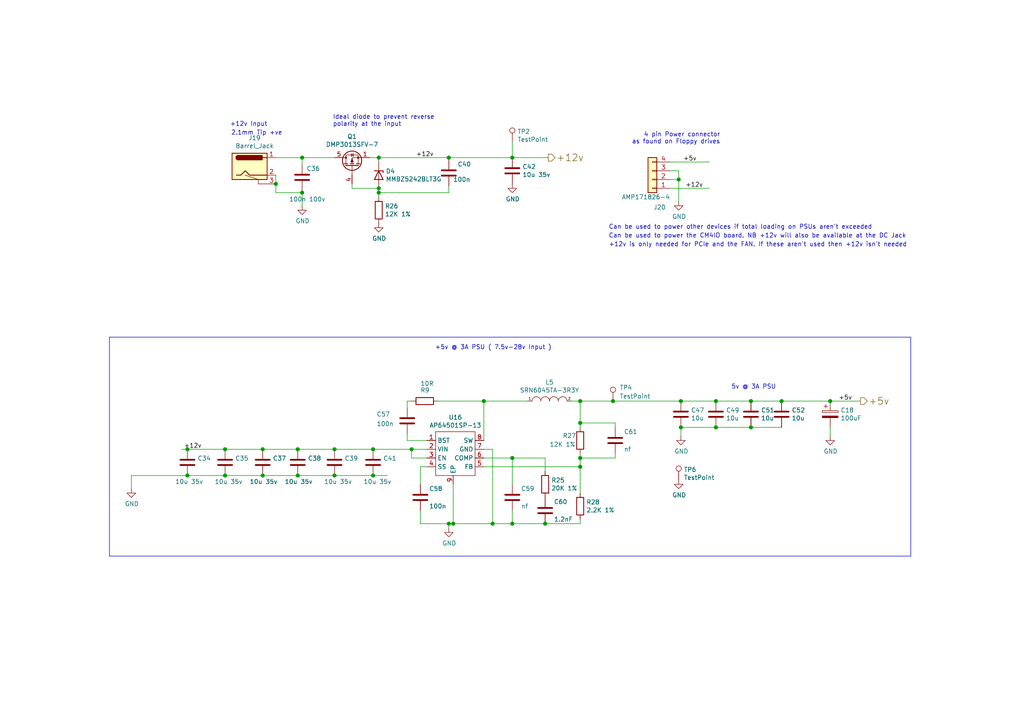
<source format=kicad_sch>
(kicad_sch (version 20211123) (generator eeschema)

  (uuid 55992e35-fe7b-468a-9b7a-1e4dc931b904)

  (paper "A4")

  (title_block
    (title "Compute Module 4 IO Board - PSUs")
    (company "(c) Raspberry Pi Trading 2020")
    (comment 1 "www.raspberrypi.org")
  )

  (lib_symbols
    (symbol "CM4IO:AP64351" (in_bom yes) (on_board yes)
      (property "Reference" "U" (id 0) (at 0 8.89 0)
        (effects (font (size 1.27 1.27)))
      )
      (property "Value" "AP64351" (id 1) (at 1.27 6.35 0)
        (effects (font (size 1.27 1.27)))
      )
      (property "Footprint" "Package_SO:SOIC-8-1EP_3.9x4.9mm_P1.27mm_EP2.95x4.9mm_Mask2.71x3.4mm_ThermalVias" (id 2) (at 0 0 0)
        (effects (font (size 1.27 1.27)) hide)
      )
      (property "Datasheet" "" (id 3) (at 0 0 0)
        (effects (font (size 1.27 1.27)) hide)
      )
      (symbol "AP64351_0_1"
        (rectangle (start -5.08 5.08) (end 6.35 -7.62)
          (stroke (width 0) (type default) (color 0 0 0 0))
          (fill (type none))
        )
      )
      (symbol "AP64351_1_1"
        (pin passive line (at -7.62 2.54 0) (length 2.54)
          (name "BST" (effects (font (size 1.27 1.27))))
          (number "1" (effects (font (size 1.27 1.27))))
        )
        (pin power_in line (at -7.62 0 0) (length 2.54)
          (name "VIN" (effects (font (size 1.27 1.27))))
          (number "2" (effects (font (size 1.27 1.27))))
        )
        (pin input line (at -7.62 -2.54 0) (length 2.54)
          (name "EN" (effects (font (size 1.27 1.27))))
          (number "3" (effects (font (size 1.27 1.27))))
        )
        (pin input line (at -7.62 -5.08 0) (length 2.54)
          (name "SS" (effects (font (size 1.27 1.27))))
          (number "4" (effects (font (size 1.27 1.27))))
        )
        (pin input line (at 8.89 -5.08 180) (length 2.54)
          (name "FB" (effects (font (size 1.27 1.27))))
          (number "5" (effects (font (size 1.27 1.27))))
        )
        (pin input line (at 8.89 -2.54 180) (length 2.54)
          (name "COMP" (effects (font (size 1.27 1.27))))
          (number "6" (effects (font (size 1.27 1.27))))
        )
        (pin power_in line (at 8.89 0 180) (length 2.54)
          (name "GND" (effects (font (size 1.27 1.27))))
          (number "7" (effects (font (size 1.27 1.27))))
        )
        (pin output line (at 8.89 2.54 180) (length 2.54)
          (name "SW" (effects (font (size 1.27 1.27))))
          (number "8" (effects (font (size 1.27 1.27))))
        )
        (pin passive line (at 0 -10.16 90) (length 2.54)
          (name "EP" (effects (font (size 1.27 1.27))))
          (number "9" (effects (font (size 1.27 1.27))))
        )
      )
    )
    (symbol "CM4IO:Barrel_Jack" (in_bom yes) (on_board yes)
      (property "Reference" "J" (id 0) (at 0 5.334 0)
        (effects (font (size 1.27 1.27)))
      )
      (property "Value" "Barrel_Jack" (id 1) (at 0 -5.08 0)
        (effects (font (size 1.27 1.27)))
      )
      (property "Footprint" "" (id 2) (at 1.27 -1.016 0)
        (effects (font (size 1.27 1.27)) hide)
      )
      (property "Datasheet" "" (id 3) (at 1.27 -1.016 0)
        (effects (font (size 1.27 1.27)) hide)
      )
      (property "ki_fp_filters" "BarrelJack*" (id 4) (at 0 0 0)
        (effects (font (size 1.27 1.27)) hide)
      )
      (symbol "Barrel_Jack_0_1"
        (rectangle (start -5.08 3.81) (end 5.08 -3.81)
          (stroke (width 0.254) (type default) (color 0 0 0 0))
          (fill (type background))
        )
        (arc (start -3.302 3.175) (mid -3.937 2.54) (end -3.302 1.905)
          (stroke (width 0.254) (type default) (color 0 0 0 0))
          (fill (type none))
        )
        (arc (start -3.302 3.175) (mid -3.937 2.54) (end -3.302 1.905)
          (stroke (width 0.254) (type default) (color 0 0 0 0))
          (fill (type outline))
        )
        (polyline
          (pts
            (xy 5.08 2.54)
            (xy 3.81 2.54)
          )
          (stroke (width 0.254) (type default) (color 0 0 0 0))
          (fill (type none))
        )
        (polyline
          (pts
            (xy 5.08 -5.08)
            (xy 2.54 -5.08)
            (xy 2.54 -3.81)
            (xy -1.27 -2.54)
          )
          (stroke (width 0) (type default) (color 0 0 0 0))
          (fill (type none))
        )
        (polyline
          (pts
            (xy -3.81 -2.54)
            (xy -2.54 -2.54)
            (xy -1.27 -1.27)
            (xy 0 -2.54)
            (xy 2.54 -2.54)
            (xy 5.08 -2.54)
          )
          (stroke (width 0.254) (type default) (color 0 0 0 0))
          (fill (type none))
        )
        (rectangle (start 3.683 3.175) (end -3.302 1.905)
          (stroke (width 0.254) (type default) (color 0 0 0 0))
          (fill (type outline))
        )
      )
      (symbol "Barrel_Jack_1_1"
        (pin passive line (at 7.62 2.54 180) (length 2.54)
          (name "~" (effects (font (size 1.27 1.27))))
          (number "1" (effects (font (size 1.27 1.27))))
        )
        (pin passive line (at 7.62 -2.54 180) (length 2.54)
          (name "~" (effects (font (size 1.27 1.27))))
          (number "2" (effects (font (size 1.27 1.27))))
        )
        (pin passive line (at 7.62 -5.08 180) (length 2.54)
          (name "~" (effects (font (size 1.27 1.27))))
          (number "3" (effects (font (size 1.27 1.27))))
        )
      )
    )
    (symbol "Connector:TestPoint" (pin_numbers hide) (pin_names (offset 0.762) hide) (in_bom yes) (on_board yes)
      (property "Reference" "TP" (id 0) (at 0 6.858 0)
        (effects (font (size 1.27 1.27)))
      )
      (property "Value" "TestPoint" (id 1) (at 0 5.08 0)
        (effects (font (size 1.27 1.27)))
      )
      (property "Footprint" "" (id 2) (at 5.08 0 0)
        (effects (font (size 1.27 1.27)) hide)
      )
      (property "Datasheet" "~" (id 3) (at 5.08 0 0)
        (effects (font (size 1.27 1.27)) hide)
      )
      (property "ki_keywords" "test point tp" (id 4) (at 0 0 0)
        (effects (font (size 1.27 1.27)) hide)
      )
      (property "ki_description" "test point" (id 5) (at 0 0 0)
        (effects (font (size 1.27 1.27)) hide)
      )
      (property "ki_fp_filters" "Pin* Test*" (id 6) (at 0 0 0)
        (effects (font (size 1.27 1.27)) hide)
      )
      (symbol "TestPoint_0_1"
        (circle (center 0 3.302) (radius 0.762)
          (stroke (width 0) (type default) (color 0 0 0 0))
          (fill (type none))
        )
      )
      (symbol "TestPoint_1_1"
        (pin passive line (at 0 0 90) (length 2.54)
          (name "1" (effects (font (size 1.27 1.27))))
          (number "1" (effects (font (size 1.27 1.27))))
        )
      )
    )
    (symbol "Connector_Generic:Conn_01x04" (pin_names hide) (in_bom yes) (on_board yes)
      (property "Reference" "J" (id 0) (at 0 5.08 0)
        (effects (font (size 1.27 1.27)))
      )
      (property "Value" "Conn_01x04" (id 1) (at 0 -7.62 0)
        (effects (font (size 1.27 1.27)))
      )
      (property "Footprint" "" (id 2) (at 0 0 0)
        (effects (font (size 1.27 1.27)) hide)
      )
      (property "Datasheet" "~" (id 3) (at 0 0 0)
        (effects (font (size 1.27 1.27)) hide)
      )
      (property "ki_keywords" "connector" (id 4) (at 0 0 0)
        (effects (font (size 1.27 1.27)) hide)
      )
      (property "ki_description" "Generic connector, single row, 01x04, script generated (kicad-library-utils/schlib/autogen/connector/)" (id 5) (at 0 0 0)
        (effects (font (size 1.27 1.27)) hide)
      )
      (property "ki_fp_filters" "Connector*:*_1x??_*" (id 6) (at 0 0 0)
        (effects (font (size 1.27 1.27)) hide)
      )
      (symbol "Conn_01x04_1_1"
        (rectangle (start -1.27 -4.953) (end 0 -5.207)
          (stroke (width 0) (type default) (color 0 0 0 0))
          (fill (type none))
        )
        (rectangle (start -1.27 -2.413) (end 0 -2.667)
          (stroke (width 0) (type default) (color 0 0 0 0))
          (fill (type none))
        )
        (rectangle (start -1.27 0.127) (end 0 -0.127)
          (stroke (width 0) (type default) (color 0 0 0 0))
          (fill (type none))
        )
        (rectangle (start -1.27 2.667) (end 0 2.413)
          (stroke (width 0) (type default) (color 0 0 0 0))
          (fill (type none))
        )
        (rectangle (start -1.27 3.81) (end 1.27 -6.35)
          (stroke (width 0.254) (type default) (color 0 0 0 0))
          (fill (type background))
        )
        (pin passive line (at -5.08 2.54 0) (length 3.81)
          (name "Pin_1" (effects (font (size 1.27 1.27))))
          (number "1" (effects (font (size 1.27 1.27))))
        )
        (pin passive line (at -5.08 0 0) (length 3.81)
          (name "Pin_2" (effects (font (size 1.27 1.27))))
          (number "2" (effects (font (size 1.27 1.27))))
        )
        (pin passive line (at -5.08 -2.54 0) (length 3.81)
          (name "Pin_3" (effects (font (size 1.27 1.27))))
          (number "3" (effects (font (size 1.27 1.27))))
        )
        (pin passive line (at -5.08 -5.08 0) (length 3.81)
          (name "Pin_4" (effects (font (size 1.27 1.27))))
          (number "4" (effects (font (size 1.27 1.27))))
        )
      )
    )
    (symbol "Device:C" (pin_numbers hide) (pin_names (offset 0.254)) (in_bom yes) (on_board yes)
      (property "Reference" "C" (id 0) (at 0.635 2.54 0)
        (effects (font (size 1.27 1.27)) (justify left))
      )
      (property "Value" "C" (id 1) (at 0.635 -2.54 0)
        (effects (font (size 1.27 1.27)) (justify left))
      )
      (property "Footprint" "" (id 2) (at 0.9652 -3.81 0)
        (effects (font (size 1.27 1.27)) hide)
      )
      (property "Datasheet" "~" (id 3) (at 0 0 0)
        (effects (font (size 1.27 1.27)) hide)
      )
      (property "ki_keywords" "cap capacitor" (id 4) (at 0 0 0)
        (effects (font (size 1.27 1.27)) hide)
      )
      (property "ki_description" "Unpolarized capacitor" (id 5) (at 0 0 0)
        (effects (font (size 1.27 1.27)) hide)
      )
      (property "ki_fp_filters" "C_*" (id 6) (at 0 0 0)
        (effects (font (size 1.27 1.27)) hide)
      )
      (symbol "C_0_1"
        (polyline
          (pts
            (xy -2.032 -0.762)
            (xy 2.032 -0.762)
          )
          (stroke (width 0.508) (type default) (color 0 0 0 0))
          (fill (type none))
        )
        (polyline
          (pts
            (xy -2.032 0.762)
            (xy 2.032 0.762)
          )
          (stroke (width 0.508) (type default) (color 0 0 0 0))
          (fill (type none))
        )
      )
      (symbol "C_1_1"
        (pin passive line (at 0 3.81 270) (length 2.794)
          (name "~" (effects (font (size 1.27 1.27))))
          (number "1" (effects (font (size 1.27 1.27))))
        )
        (pin passive line (at 0 -3.81 90) (length 2.794)
          (name "~" (effects (font (size 1.27 1.27))))
          (number "2" (effects (font (size 1.27 1.27))))
        )
      )
    )
    (symbol "Device:CP" (pin_numbers hide) (pin_names (offset 0.254)) (in_bom yes) (on_board yes)
      (property "Reference" "C" (id 0) (at 0.635 2.54 0)
        (effects (font (size 1.27 1.27)) (justify left))
      )
      (property "Value" "CP" (id 1) (at 0.635 -2.54 0)
        (effects (font (size 1.27 1.27)) (justify left))
      )
      (property "Footprint" "" (id 2) (at 0.9652 -3.81 0)
        (effects (font (size 1.27 1.27)) hide)
      )
      (property "Datasheet" "~" (id 3) (at 0 0 0)
        (effects (font (size 1.27 1.27)) hide)
      )
      (property "ki_keywords" "cap capacitor" (id 4) (at 0 0 0)
        (effects (font (size 1.27 1.27)) hide)
      )
      (property "ki_description" "Polarized capacitor" (id 5) (at 0 0 0)
        (effects (font (size 1.27 1.27)) hide)
      )
      (property "ki_fp_filters" "CP_*" (id 6) (at 0 0 0)
        (effects (font (size 1.27 1.27)) hide)
      )
      (symbol "CP_0_1"
        (rectangle (start -2.286 0.508) (end 2.286 1.016)
          (stroke (width 0) (type default) (color 0 0 0 0))
          (fill (type none))
        )
        (polyline
          (pts
            (xy -1.778 2.286)
            (xy -0.762 2.286)
          )
          (stroke (width 0) (type default) (color 0 0 0 0))
          (fill (type none))
        )
        (polyline
          (pts
            (xy -1.27 2.794)
            (xy -1.27 1.778)
          )
          (stroke (width 0) (type default) (color 0 0 0 0))
          (fill (type none))
        )
        (rectangle (start 2.286 -0.508) (end -2.286 -1.016)
          (stroke (width 0) (type default) (color 0 0 0 0))
          (fill (type outline))
        )
      )
      (symbol "CP_1_1"
        (pin passive line (at 0 3.81 270) (length 2.794)
          (name "~" (effects (font (size 1.27 1.27))))
          (number "1" (effects (font (size 1.27 1.27))))
        )
        (pin passive line (at 0 -3.81 90) (length 2.794)
          (name "~" (effects (font (size 1.27 1.27))))
          (number "2" (effects (font (size 1.27 1.27))))
        )
      )
    )
    (symbol "Device:R" (pin_numbers hide) (pin_names (offset 0)) (in_bom yes) (on_board yes)
      (property "Reference" "R" (id 0) (at 2.032 0 90)
        (effects (font (size 1.27 1.27)))
      )
      (property "Value" "R" (id 1) (at 0 0 90)
        (effects (font (size 1.27 1.27)))
      )
      (property "Footprint" "" (id 2) (at -1.778 0 90)
        (effects (font (size 1.27 1.27)) hide)
      )
      (property "Datasheet" "~" (id 3) (at 0 0 0)
        (effects (font (size 1.27 1.27)) hide)
      )
      (property "ki_keywords" "R res resistor" (id 4) (at 0 0 0)
        (effects (font (size 1.27 1.27)) hide)
      )
      (property "ki_description" "Resistor" (id 5) (at 0 0 0)
        (effects (font (size 1.27 1.27)) hide)
      )
      (property "ki_fp_filters" "R_*" (id 6) (at 0 0 0)
        (effects (font (size 1.27 1.27)) hide)
      )
      (symbol "R_0_1"
        (rectangle (start -1.016 -2.54) (end 1.016 2.54)
          (stroke (width 0.254) (type default) (color 0 0 0 0))
          (fill (type none))
        )
      )
      (symbol "R_1_1"
        (pin passive line (at 0 3.81 270) (length 1.27)
          (name "~" (effects (font (size 1.27 1.27))))
          (number "1" (effects (font (size 1.27 1.27))))
        )
        (pin passive line (at 0 -3.81 90) (length 1.27)
          (name "~" (effects (font (size 1.27 1.27))))
          (number "2" (effects (font (size 1.27 1.27))))
        )
      )
    )
    (symbol "Diode:BZX84Cxx" (pin_numbers hide) (pin_names hide) (in_bom yes) (on_board yes)
      (property "Reference" "D" (id 0) (at 0 2.54 0)
        (effects (font (size 1.27 1.27)))
      )
      (property "Value" "BZX84Cxx" (id 1) (at 0 -2.54 0)
        (effects (font (size 1.27 1.27)))
      )
      (property "Footprint" "Diode_SMD:D_SOT-23_ANK" (id 2) (at 0 -4.445 0)
        (effects (font (size 1.27 1.27)) hide)
      )
      (property "Datasheet" "https://diotec.com/tl_files/diotec/files/pdf/datasheets/bzx84c2v4.pdf" (id 3) (at 0 0 0)
        (effects (font (size 1.27 1.27)) hide)
      )
      (property "ki_keywords" "zener diode" (id 4) (at 0 0 0)
        (effects (font (size 1.27 1.27)) hide)
      )
      (property "ki_description" "300mW Zener Diode, SOT-23" (id 5) (at 0 0 0)
        (effects (font (size 1.27 1.27)) hide)
      )
      (property "ki_fp_filters" "D*SOT?23*ANK*" (id 6) (at 0 0 0)
        (effects (font (size 1.27 1.27)) hide)
      )
      (symbol "BZX84Cxx_0_1"
        (polyline
          (pts
            (xy 1.27 0)
            (xy -1.27 0)
          )
          (stroke (width 0) (type default) (color 0 0 0 0))
          (fill (type none))
        )
        (polyline
          (pts
            (xy -1.27 -1.27)
            (xy -1.27 1.27)
            (xy -0.762 1.27)
          )
          (stroke (width 0.254) (type default) (color 0 0 0 0))
          (fill (type none))
        )
        (polyline
          (pts
            (xy 1.27 -1.27)
            (xy 1.27 1.27)
            (xy -1.27 0)
            (xy 1.27 -1.27)
          )
          (stroke (width 0.254) (type default) (color 0 0 0 0))
          (fill (type none))
        )
      )
      (symbol "BZX84Cxx_1_1"
        (pin passive line (at -3.81 0 0) (length 2.54)
          (name "K" (effects (font (size 1.27 1.27))))
          (number "1" (effects (font (size 1.27 1.27))))
        )
        (pin passive line (at 3.81 0 180) (length 2.54)
          (name "A" (effects (font (size 1.27 1.27))))
          (number "2" (effects (font (size 1.27 1.27))))
        )
      )
    )
    (symbol "Transistor_FET:DMP3013SFV" (pin_names hide) (in_bom yes) (on_board yes)
      (property "Reference" "Q" (id 0) (at 5.08 1.905 0)
        (effects (font (size 1.27 1.27)) (justify left))
      )
      (property "Value" "DMP3013SFV" (id 1) (at 5.08 0 0)
        (effects (font (size 1.27 1.27)) (justify left))
      )
      (property "Footprint" "Package_SON:Diodes_PowerDI3333-8" (id 2) (at 5.08 -1.905 0)
        (effects (font (size 1.27 1.27) italic) (justify left) hide)
      )
      (property "Datasheet" "https://www.diodes.com/assets/Datasheets/DMP3013SFV.pdf" (id 3) (at 0 0 90)
        (effects (font (size 1.27 1.27)) (justify left) hide)
      )
      (property "ki_keywords" "P-Channel MOSFET" (id 4) (at 0 0 0)
        (effects (font (size 1.27 1.27)) hide)
      )
      (property "ki_description" "-12A Id, -30V Vds, P-Channel Power MOSFET, 9.5mOhm Ron, 33.7nC Qg (typ), PowerDI3333-8" (id 5) (at 0 0 0)
        (effects (font (size 1.27 1.27)) hide)
      )
      (property "ki_fp_filters" "Diodes*PowerDI3333*" (id 6) (at 0 0 0)
        (effects (font (size 1.27 1.27)) hide)
      )
      (symbol "DMP3013SFV_0_1"
        (polyline
          (pts
            (xy 0.254 0)
            (xy -2.54 0)
          )
          (stroke (width 0) (type default) (color 0 0 0 0))
          (fill (type none))
        )
        (polyline
          (pts
            (xy 0.254 1.905)
            (xy 0.254 -1.905)
          )
          (stroke (width 0.254) (type default) (color 0 0 0 0))
          (fill (type none))
        )
        (polyline
          (pts
            (xy 0.762 -1.27)
            (xy 0.762 -2.286)
          )
          (stroke (width 0.254) (type default) (color 0 0 0 0))
          (fill (type none))
        )
        (polyline
          (pts
            (xy 0.762 0.508)
            (xy 0.762 -0.508)
          )
          (stroke (width 0.254) (type default) (color 0 0 0 0))
          (fill (type none))
        )
        (polyline
          (pts
            (xy 0.762 2.286)
            (xy 0.762 1.27)
          )
          (stroke (width 0.254) (type default) (color 0 0 0 0))
          (fill (type none))
        )
        (polyline
          (pts
            (xy 2.54 2.54)
            (xy 2.54 1.778)
          )
          (stroke (width 0) (type default) (color 0 0 0 0))
          (fill (type none))
        )
        (polyline
          (pts
            (xy 2.54 -2.54)
            (xy 2.54 0)
            (xy 0.762 0)
          )
          (stroke (width 0) (type default) (color 0 0 0 0))
          (fill (type none))
        )
        (polyline
          (pts
            (xy 0.762 1.778)
            (xy 3.302 1.778)
            (xy 3.302 -1.778)
            (xy 0.762 -1.778)
          )
          (stroke (width 0) (type default) (color 0 0 0 0))
          (fill (type none))
        )
        (polyline
          (pts
            (xy 2.286 0)
            (xy 1.27 0.381)
            (xy 1.27 -0.381)
            (xy 2.286 0)
          )
          (stroke (width 0) (type default) (color 0 0 0 0))
          (fill (type outline))
        )
        (polyline
          (pts
            (xy 2.794 -0.508)
            (xy 2.921 -0.381)
            (xy 3.683 -0.381)
            (xy 3.81 -0.254)
          )
          (stroke (width 0) (type default) (color 0 0 0 0))
          (fill (type none))
        )
        (polyline
          (pts
            (xy 3.302 -0.381)
            (xy 2.921 0.254)
            (xy 3.683 0.254)
            (xy 3.302 -0.381)
          )
          (stroke (width 0) (type default) (color 0 0 0 0))
          (fill (type none))
        )
        (circle (center 1.651 0) (radius 2.794)
          (stroke (width 0.254) (type default) (color 0 0 0 0))
          (fill (type none))
        )
        (circle (center 2.54 -1.778) (radius 0.254)
          (stroke (width 0) (type default) (color 0 0 0 0))
          (fill (type outline))
        )
        (circle (center 2.54 1.778) (radius 0.254)
          (stroke (width 0) (type default) (color 0 0 0 0))
          (fill (type outline))
        )
      )
      (symbol "DMP3013SFV_1_1"
        (pin passive line (at 2.54 -5.08 90) (length 2.54)
          (name "S" (effects (font (size 1.27 1.27))))
          (number "1" (effects (font (size 1.27 1.27))))
        )
        (pin passive line (at 2.54 -5.08 90) (length 2.54) hide
          (name "S" (effects (font (size 1.27 1.27))))
          (number "2" (effects (font (size 1.27 1.27))))
        )
        (pin passive line (at 2.54 -5.08 90) (length 2.54) hide
          (name "S" (effects (font (size 1.27 1.27))))
          (number "3" (effects (font (size 1.27 1.27))))
        )
        (pin passive line (at -5.08 0 0) (length 2.54)
          (name "G" (effects (font (size 1.27 1.27))))
          (number "4" (effects (font (size 1.27 1.27))))
        )
        (pin passive line (at 2.54 5.08 270) (length 2.54)
          (name "D" (effects (font (size 1.27 1.27))))
          (number "5" (effects (font (size 1.27 1.27))))
        )
      )
    )
    (symbol "power:GND" (power) (pin_names (offset 0)) (in_bom yes) (on_board yes)
      (property "Reference" "#PWR" (id 0) (at 0 -6.35 0)
        (effects (font (size 1.27 1.27)) hide)
      )
      (property "Value" "GND" (id 1) (at 0 -3.81 0)
        (effects (font (size 1.27 1.27)))
      )
      (property "Footprint" "" (id 2) (at 0 0 0)
        (effects (font (size 1.27 1.27)) hide)
      )
      (property "Datasheet" "" (id 3) (at 0 0 0)
        (effects (font (size 1.27 1.27)) hide)
      )
      (property "ki_keywords" "power-flag" (id 4) (at 0 0 0)
        (effects (font (size 1.27 1.27)) hide)
      )
      (property "ki_description" "Power symbol creates a global label with name \"GND\" , ground" (id 5) (at 0 0 0)
        (effects (font (size 1.27 1.27)) hide)
      )
      (symbol "GND_0_1"
        (polyline
          (pts
            (xy 0 0)
            (xy 0 -1.27)
            (xy 1.27 -1.27)
            (xy 0 -2.54)
            (xy -1.27 -1.27)
            (xy 0 -1.27)
          )
          (stroke (width 0) (type default) (color 0 0 0 0))
          (fill (type none))
        )
      )
      (symbol "GND_1_1"
        (pin power_in line (at 0 0 270) (length 0) hide
          (name "GND" (effects (font (size 1.27 1.27))))
          (number "1" (effects (font (size 1.27 1.27))))
        )
      )
    )
    (symbol "pspice:INDUCTOR" (pin_numbers hide) (pin_names (offset 0)) (in_bom yes) (on_board yes)
      (property "Reference" "L" (id 0) (at 0 2.54 0)
        (effects (font (size 1.27 1.27)))
      )
      (property "Value" "INDUCTOR" (id 1) (at 0 -1.27 0)
        (effects (font (size 1.27 1.27)))
      )
      (property "Footprint" "" (id 2) (at 0 0 0)
        (effects (font (size 1.27 1.27)) hide)
      )
      (property "Datasheet" "~" (id 3) (at 0 0 0)
        (effects (font (size 1.27 1.27)) hide)
      )
      (property "ki_keywords" "simulation" (id 4) (at 0 0 0)
        (effects (font (size 1.27 1.27)) hide)
      )
      (property "ki_description" "Inductor symbol for simulation only" (id 5) (at 0 0 0)
        (effects (font (size 1.27 1.27)) hide)
      )
      (symbol "INDUCTOR_0_1"
        (arc (start -2.54 0) (mid -3.81 1.27) (end -5.08 0)
          (stroke (width 0) (type default) (color 0 0 0 0))
          (fill (type none))
        )
        (arc (start 0 0) (mid -1.27 1.27) (end -2.54 0)
          (stroke (width 0) (type default) (color 0 0 0 0))
          (fill (type none))
        )
        (arc (start 2.54 0) (mid 1.27 1.27) (end 0 0)
          (stroke (width 0) (type default) (color 0 0 0 0))
          (fill (type none))
        )
        (arc (start 5.08 0) (mid 3.81 1.27) (end 2.54 0)
          (stroke (width 0) (type default) (color 0 0 0 0))
          (fill (type none))
        )
      )
      (symbol "INDUCTOR_1_1"
        (pin input line (at -6.35 0 0) (length 1.27)
          (name "1" (effects (font (size 0.762 0.762))))
          (number "1" (effects (font (size 0.762 0.762))))
        )
        (pin input line (at 6.35 0 180) (length 1.27)
          (name "2" (effects (font (size 0.762 0.762))))
          (number "2" (effects (font (size 0.762 0.762))))
        )
      )
    )
  )

  (junction (at 86.36 137.922) (diameter 1.016) (color 0 0 0 0)
    (uuid 0217dfc4-fc13-4699-99ad-d9948522648e)
  )
  (junction (at 140.335 116.332) (diameter 1.016) (color 0 0 0 0)
    (uuid 12422a89-3d0c-485c-9386-f77121fd68fd)
  )
  (junction (at 130.175 151.892) (diameter 1.016) (color 0 0 0 0)
    (uuid 1a6d2848-e78e-49fe-8978-e1890f07836f)
  )
  (junction (at 97.028 130.302) (diameter 1.016) (color 0 0 0 0)
    (uuid 1d9cdadc-9036-4a95-b6db-fa7b3b74c869)
  )
  (junction (at 197.485 123.952) (diameter 1.016) (color 0 0 0 0)
    (uuid 1e8701fc-ad24-40ea-846a-e3db538d6077)
  )
  (junction (at 108.204 130.302) (diameter 1.016) (color 0 0 0 0)
    (uuid 24f7628d-681d-4f0e-8409-40a129e929d9)
  )
  (junction (at 197.485 116.332) (diameter 1.016) (color 0 0 0 0)
    (uuid 25d545dc-8f50-4573-922c-35ef5a2a3a19)
  )
  (junction (at 76.2 137.922) (diameter 1.016) (color 0 0 0 0)
    (uuid 2f215f15-3d52-4c91-93e6-3ea03a95622f)
  )
  (junction (at 97.028 137.922) (diameter 1.016) (color 0 0 0 0)
    (uuid 3a7648d8-121a-4921-9b92-9b35b76ce39b)
  )
  (junction (at 108.204 137.922) (diameter 1.016) (color 0 0 0 0)
    (uuid 3e903008-0276-4a73-8edb-5d9dfde6297c)
  )
  (junction (at 148.59 45.72) (diameter 1.016) (color 0 0 0 0)
    (uuid 40165eda-4ba6-4565-9bb4-b9df6dbb08da)
  )
  (junction (at 217.805 123.952) (diameter 1.016) (color 0 0 0 0)
    (uuid 40976bf0-19de-460f-ad64-224d4f51e16b)
  )
  (junction (at 119.38 130.302) (diameter 1.016) (color 0 0 0 0)
    (uuid 45008225-f50f-4d6b-b508-6730a9408caf)
  )
  (junction (at 148.59 151.892) (diameter 1.016) (color 0 0 0 0)
    (uuid 4780a290-d25c-4459-9579-eba3f7678762)
  )
  (junction (at 76.2 130.302) (diameter 1.016) (color 0 0 0 0)
    (uuid 61fe293f-6808-4b7f-9340-9aaac7054a97)
  )
  (junction (at 65.278 130.302) (diameter 1.016) (color 0 0 0 0)
    (uuid 63ff1c93-3f96-4c33-b498-5dd8c33bccc0)
  )
  (junction (at 109.855 54.61) (diameter 1.016) (color 0 0 0 0)
    (uuid 6475547d-3216-45a4-a15c-48314f1dd0f9)
  )
  (junction (at 87.63 55.88) (diameter 1.016) (color 0 0 0 0)
    (uuid 6bfe5804-2ef9-4c65-b2a7-f01e4014370a)
  )
  (junction (at 109.855 45.72) (diameter 1.016) (color 0 0 0 0)
    (uuid 75ffc65c-7132-4411-9f2a-ae0c73d79338)
  )
  (junction (at 131.445 151.892) (diameter 1.016) (color 0 0 0 0)
    (uuid 7d34f6b1-ab31-49be-b011-c67fe67a8a56)
  )
  (junction (at 148.59 132.842) (diameter 1.016) (color 0 0 0 0)
    (uuid 7e023245-2c2b-4e2b-bfb9-5d35176e88f2)
  )
  (junction (at 217.805 116.332) (diameter 1.016) (color 0 0 0 0)
    (uuid 8c514922-ffe1-4e37-a260-e807409f2e0d)
  )
  (junction (at 109.855 55.88) (diameter 1.016) (color 0 0 0 0)
    (uuid 8c6a821f-8e19-48f3-8f44-9b340f7689bc)
  )
  (junction (at 80.01 53.34) (diameter 1.016) (color 0 0 0 0)
    (uuid 8da933a9-35f8-42e6-8504-d1bab7264306)
  )
  (junction (at 142.875 151.892) (diameter 1.016) (color 0 0 0 0)
    (uuid 8e06ba1f-e3ba-4eb9-a10e-887dffd566d6)
  )
  (junction (at 54.356 137.922) (diameter 1.016) (color 0 0 0 0)
    (uuid 9e1b837f-0d34-4a18-9644-9ee68f141f46)
  )
  (junction (at 130.175 45.72) (diameter 1.016) (color 0 0 0 0)
    (uuid a544eb0a-75db-4baf-bf54-9ca21744343b)
  )
  (junction (at 168.275 135.382) (diameter 1.016) (color 0 0 0 0)
    (uuid aca4de92-9c41-4c2b-9afa-540d02dafa1c)
  )
  (junction (at 65.278 137.922) (diameter 1.016) (color 0 0 0 0)
    (uuid b88717bd-086f-46cd-9d3f-0396009d0996)
  )
  (junction (at 168.275 116.332) (diameter 1.016) (color 0 0 0 0)
    (uuid babeabf2-f3b0-4ed5-8d9e-0215947e6cf3)
  )
  (junction (at 86.36 130.302) (diameter 1.016) (color 0 0 0 0)
    (uuid bd5408e4-362d-4e43-9d39-78fb99eb52c8)
  )
  (junction (at 54.356 130.302) (diameter 1.016) (color 0 0 0 0)
    (uuid c01d25cd-f4bb-4ef3-b5ea-533a2a4ddb2b)
  )
  (junction (at 87.63 45.72) (diameter 1.016) (color 0 0 0 0)
    (uuid c0eca5ed-bc5e-4618-9bcd-80945bea41ed)
  )
  (junction (at 207.645 123.952) (diameter 1.016) (color 0 0 0 0)
    (uuid c25a772d-af9c-4ebc-96f6-0966738c13a8)
  )
  (junction (at 177.8 116.332) (diameter 1.016) (color 0 0 0 0)
    (uuid c43663ee-9a0d-4f27-a292-89ba89964065)
  )
  (junction (at 196.85 52.07) (diameter 1.016) (color 0 0 0 0)
    (uuid c830e3bc-dc64-4f65-8f47-3b106bae2807)
  )
  (junction (at 240.792 116.332) (diameter 1.016) (color 0 0 0 0)
    (uuid c8c79177-94d4-43e2-a654-f0a5554fbb68)
  )
  (junction (at 207.645 116.332) (diameter 1.016) (color 0 0 0 0)
    (uuid d5641ac9-9be7-46bf-90b3-6c83d852b5ba)
  )
  (junction (at 168.275 132.842) (diameter 1.016) (color 0 0 0 0)
    (uuid d7269d2a-b8c0-422d-8f25-f79ea31bf75e)
  )
  (junction (at 158.115 151.892) (diameter 1.016) (color 0 0 0 0)
    (uuid df68c26a-03b5-4466-aecf-ba34b7dce6b7)
  )
  (junction (at 226.695 116.332) (diameter 1.016) (color 0 0 0 0)
    (uuid e21aa84b-970e-47cf-b64f-3b55ee0e1b51)
  )
  (junction (at 168.275 122.682) (diameter 1.016) (color 0 0 0 0)
    (uuid e8c50f1b-c316-4110-9cce-5c24c65a1eaa)
  )

  (wire (pts (xy 118.11 125.857) (xy 118.11 127.762))
    (stroke (width 0) (type solid) (color 0 0 0 0))
    (uuid 01e9b6e7-adf9-4ee7-9447-a588630ee4a2)
  )
  (wire (pts (xy 194.31 52.07) (xy 196.85 52.07))
    (stroke (width 0) (type solid) (color 0 0 0 0))
    (uuid 0351df45-d042-41d4-ba35-88092c7be2fc)
  )
  (wire (pts (xy 54.356 137.922) (xy 65.278 137.922))
    (stroke (width 0) (type solid) (color 0 0 0 0))
    (uuid 03caada9-9e22-4e2d-9035-b15433dfbb17)
  )
  (wire (pts (xy 108.204 130.302) (xy 119.38 130.302))
    (stroke (width 0) (type solid) (color 0 0 0 0))
    (uuid 0755aee5-bc01-4cb5-b830-583289df50a3)
  )
  (wire (pts (xy 217.805 123.952) (xy 207.645 123.952))
    (stroke (width 0) (type solid) (color 0 0 0 0))
    (uuid 097edb1b-8998-4e70-b670-bba125982348)
  )
  (polyline (pts (xy 31.75 97.79) (xy 264.16 97.79))
    (stroke (width 0) (type solid) (color 0 0 0 0))
    (uuid 099096e4-8c2a-4d84-a16f-06b4b6330e7a)
  )

  (wire (pts (xy 121.92 148.082) (xy 121.92 151.892))
    (stroke (width 0) (type solid) (color 0 0 0 0))
    (uuid 0c3dceba-7c95-4b3d-b590-0eb581444beb)
  )
  (wire (pts (xy 197.485 116.332) (xy 207.645 116.332))
    (stroke (width 0) (type solid) (color 0 0 0 0))
    (uuid 0e1ed1c5-7428-4dc7-b76e-49b2d5f8177d)
  )
  (wire (pts (xy 65.278 137.922) (xy 76.2 137.922))
    (stroke (width 0) (type solid) (color 0 0 0 0))
    (uuid 0ff508fd-18da-4ab7-9844-3c8a28c2587e)
  )
  (wire (pts (xy 80.01 45.72) (xy 87.63 45.72))
    (stroke (width 0) (type solid) (color 0 0 0 0))
    (uuid 13c0ff76-ed71-4cd9-abb0-92c376825d5d)
  )
  (wire (pts (xy 158.115 136.652) (xy 158.115 132.842))
    (stroke (width 0) (type solid) (color 0 0 0 0))
    (uuid 14769dc5-8525-4984-8b15-a734ee247efa)
  )
  (wire (pts (xy 197.485 123.952) (xy 197.485 126.492))
    (stroke (width 0) (type solid) (color 0 0 0 0))
    (uuid 14c51520-6d91-4098-a59a-5121f2a898f7)
  )
  (wire (pts (xy 130.175 151.892) (xy 131.445 151.892))
    (stroke (width 0) (type solid) (color 0 0 0 0))
    (uuid 16a9ae8c-3ad2-439b-8efe-377c994670c7)
  )
  (wire (pts (xy 109.855 55.88) (xy 130.175 55.88))
    (stroke (width 0) (type solid) (color 0 0 0 0))
    (uuid 16bd6381-8ac0-4bf2-9dce-ecc20c724b8d)
  )
  (wire (pts (xy 140.335 135.382) (xy 168.275 135.382))
    (stroke (width 0) (type solid) (color 0 0 0 0))
    (uuid 182b2d54-931d-49d6-9f39-60a752623e36)
  )
  (wire (pts (xy 158.115 151.892) (xy 168.275 151.892))
    (stroke (width 0) (type solid) (color 0 0 0 0))
    (uuid 19c56563-5fe3-442a-885b-418dbc2421eb)
  )
  (wire (pts (xy 65.278 130.302) (xy 76.2 130.302))
    (stroke (width 0) (type solid) (color 0 0 0 0))
    (uuid 1f3003e6-dce5-420f-906b-3f1e92b67249)
  )
  (wire (pts (xy 165.735 116.332) (xy 168.275 116.332))
    (stroke (width 0) (type solid) (color 0 0 0 0))
    (uuid 21ae9c3a-7138-444e-be38-56a4842ab594)
  )
  (wire (pts (xy 194.31 54.61) (xy 205.74 54.61))
    (stroke (width 0) (type solid) (color 0 0 0 0))
    (uuid 240e5dac-6242-47a5-bbef-f76d11c715c0)
  )
  (wire (pts (xy 168.275 132.842) (xy 178.435 132.842))
    (stroke (width 0) (type solid) (color 0 0 0 0))
    (uuid 275aa44a-b61f-489f-9e2a-819a0fe0d1eb)
  )
  (wire (pts (xy 207.645 116.332) (xy 217.805 116.332))
    (stroke (width 0) (type solid) (color 0 0 0 0))
    (uuid 2d67a417-188f-4014-9282-000265d80009)
  )
  (wire (pts (xy 142.875 151.892) (xy 148.59 151.892))
    (stroke (width 0) (type solid) (color 0 0 0 0))
    (uuid 2dc272bd-3aa2-45b5-889d-1d3c8aac80f8)
  )
  (polyline (pts (xy 264.16 161.29) (xy 31.75 161.29))
    (stroke (width 0) (type solid) (color 0 0 0 0))
    (uuid 34a74736-156e-4bf3-9200-cd137cfa59da)
  )

  (wire (pts (xy 76.2 130.302) (xy 86.36 130.302))
    (stroke (width 0) (type solid) (color 0 0 0 0))
    (uuid 378af8b4-af3d-46e7-89ae-deff12ca9067)
  )
  (wire (pts (xy 178.435 122.682) (xy 178.435 123.952))
    (stroke (width 0) (type solid) (color 0 0 0 0))
    (uuid 37e8181c-a81e-498b-b2e2-0aef0c391059)
  )
  (wire (pts (xy 217.805 116.332) (xy 226.695 116.332))
    (stroke (width 0) (type solid) (color 0 0 0 0))
    (uuid 477311b9-8f81-40c8-9c55-fd87e287247a)
  )
  (wire (pts (xy 108.204 137.922) (xy 112.395 137.922))
    (stroke (width 0) (type solid) (color 0 0 0 0))
    (uuid 4a21e717-d46d-4d9e-8b98-af4ecb02d3ec)
  )
  (wire (pts (xy 118.11 118.237) (xy 118.11 116.332))
    (stroke (width 0) (type solid) (color 0 0 0 0))
    (uuid 4f66b314-0f62-4fb6-8c3c-f9c6a75cd3ec)
  )
  (wire (pts (xy 107.188 45.72) (xy 109.855 45.72))
    (stroke (width 0) (type solid) (color 0 0 0 0))
    (uuid 4fb21471-41be-4be8-9687-66030f97befc)
  )
  (wire (pts (xy 142.875 130.302) (xy 142.875 151.892))
    (stroke (width 0) (type solid) (color 0 0 0 0))
    (uuid 5114c7bf-b955-49f3-a0a8-4b954c81bde0)
  )
  (wire (pts (xy 168.275 131.572) (xy 168.275 132.842))
    (stroke (width 0) (type solid) (color 0 0 0 0))
    (uuid 57c0c267-8bf9-4cc7-b734-d71a239ac313)
  )
  (wire (pts (xy 148.59 132.842) (xy 148.59 140.462))
    (stroke (width 0) (type solid) (color 0 0 0 0))
    (uuid 5bcace5d-edd0-4e19-92d0-835e43cf8eb2)
  )
  (wire (pts (xy 168.275 132.842) (xy 168.275 135.382))
    (stroke (width 0) (type solid) (color 0 0 0 0))
    (uuid 5ca4be1c-537e-4a4a-b344-d0c8ffde8546)
  )
  (wire (pts (xy 109.855 45.72) (xy 130.175 45.72))
    (stroke (width 0) (type solid) (color 0 0 0 0))
    (uuid 60dcd1fe-7079-4cb8-b509-04558ccf5097)
  )
  (wire (pts (xy 240.792 116.332) (xy 249.555 116.332))
    (stroke (width 0) (type solid) (color 0 0 0 0))
    (uuid 6284122b-79c3-4e04-925e-3d32cc3ec077)
  )
  (wire (pts (xy 52.705 130.302) (xy 54.356 130.302))
    (stroke (width 0) (type solid) (color 0 0 0 0))
    (uuid 639c0e59-e95c-4114-bccd-2e7277505454)
  )
  (wire (pts (xy 130.175 45.72) (xy 130.175 46.355))
    (stroke (width 0) (type solid) (color 0 0 0 0))
    (uuid 6595b9c7-02ee-4647-bde5-6b566e35163e)
  )
  (wire (pts (xy 178.435 132.842) (xy 178.435 131.572))
    (stroke (width 0) (type solid) (color 0 0 0 0))
    (uuid 676efd2f-1c48-4786-9e4b-2444f1e8f6ff)
  )
  (wire (pts (xy 226.695 123.952) (xy 217.805 123.952))
    (stroke (width 0) (type solid) (color 0 0 0 0))
    (uuid 67763d19-f622-4e1e-81e5-5b24da7c3f99)
  )
  (wire (pts (xy 86.36 137.922) (xy 97.028 137.922))
    (stroke (width 0) (type solid) (color 0 0 0 0))
    (uuid 68877d35-b796-44db-9124-b8e744e7412e)
  )
  (wire (pts (xy 148.59 41.148) (xy 148.59 45.72))
    (stroke (width 0) (type solid) (color 0 0 0 0))
    (uuid 6c2d26bc-6eca-436c-8025-79f817bf57d6)
  )
  (wire (pts (xy 168.275 135.382) (xy 168.275 143.002))
    (stroke (width 0) (type solid) (color 0 0 0 0))
    (uuid 6c67e4f6-9d04-4539-b356-b76e915ce848)
  )
  (wire (pts (xy 87.63 55.88) (xy 87.63 59.69))
    (stroke (width 0) (type solid) (color 0 0 0 0))
    (uuid 6d26d68f-1ca7-4ff3-b058-272f1c399047)
  )
  (wire (pts (xy 148.59 148.082) (xy 148.59 151.892))
    (stroke (width 0) (type solid) (color 0 0 0 0))
    (uuid 6ec113ca-7d27-4b14-a180-1e5e2fd1c167)
  )
  (wire (pts (xy 97.028 137.922) (xy 108.204 137.922))
    (stroke (width 0) (type solid) (color 0 0 0 0))
    (uuid 70e15522-1572-4451-9c0d-6d36ac70d8c6)
  )
  (wire (pts (xy 119.38 132.842) (xy 123.825 132.842))
    (stroke (width 0) (type solid) (color 0 0 0 0))
    (uuid 730b670c-9bcf-4dcd-9a8d-fcaa61fb0955)
  )
  (wire (pts (xy 102.108 54.61) (xy 109.855 54.61))
    (stroke (width 0) (type solid) (color 0 0 0 0))
    (uuid 7599133e-c681-4202-85d9-c20dac196c64)
  )
  (wire (pts (xy 130.175 55.88) (xy 130.175 53.975))
    (stroke (width 0) (type solid) (color 0 0 0 0))
    (uuid 770ad51a-7219-4633-b24a-bd20feb0a6c5)
  )
  (wire (pts (xy 131.445 151.892) (xy 142.875 151.892))
    (stroke (width 0) (type solid) (color 0 0 0 0))
    (uuid 789ca812-3e0c-4a3f-97bc-a916dd9bce80)
  )
  (wire (pts (xy 168.275 122.682) (xy 168.275 123.952))
    (stroke (width 0) (type solid) (color 0 0 0 0))
    (uuid 7cee474b-af8f-4832-b07a-c43c1ab0b464)
  )
  (wire (pts (xy 119.38 130.302) (xy 119.38 132.842))
    (stroke (width 0) (type solid) (color 0 0 0 0))
    (uuid 7d928d56-093a-4ca8-aed1-414b7e703b45)
  )
  (wire (pts (xy 80.01 55.88) (xy 80.01 53.34))
    (stroke (width 0) (type solid) (color 0 0 0 0))
    (uuid 8412992d-8754-44de-9e08-115cec1a3eff)
  )
  (wire (pts (xy 207.645 123.952) (xy 197.485 123.952))
    (stroke (width 0) (type solid) (color 0 0 0 0))
    (uuid 84e5506c-143e-495f-9aa4-d3a71622f213)
  )
  (wire (pts (xy 168.275 122.682) (xy 178.435 122.682))
    (stroke (width 0) (type solid) (color 0 0 0 0))
    (uuid 853ee787-6e2c-4f32-bc75-6c17337dd3d5)
  )
  (wire (pts (xy 109.855 55.88) (xy 109.855 57.15))
    (stroke (width 0) (type solid) (color 0 0 0 0))
    (uuid 85b7594c-358f-454b-b2ad-dd0b1d67ed76)
  )
  (polyline (pts (xy 264.16 97.79) (xy 264.16 161.29))
    (stroke (width 0) (type solid) (color 0 0 0 0))
    (uuid 87d7448e-e139-4209-ae0b-372f805267da)
  )

  (wire (pts (xy 119.38 130.302) (xy 123.825 130.302))
    (stroke (width 0) (type solid) (color 0 0 0 0))
    (uuid 8a650ebf-3f78-4ca4-a26b-a5028693e36d)
  )
  (wire (pts (xy 54.356 130.302) (xy 65.278 130.302))
    (stroke (width 0) (type solid) (color 0 0 0 0))
    (uuid 8ca3e20d-bcc7-4c5e-9deb-562dfed9fecb)
  )
  (wire (pts (xy 194.31 46.99) (xy 205.74 46.99))
    (stroke (width 0) (type solid) (color 0 0 0 0))
    (uuid 8d9a3ecc-539f-41da-8099-d37cea9c28e7)
  )
  (wire (pts (xy 87.63 55.245) (xy 87.63 55.88))
    (stroke (width 0) (type solid) (color 0 0 0 0))
    (uuid 911bdcbe-493f-4e21-a506-7cbc636e2c17)
  )
  (wire (pts (xy 121.92 151.892) (xy 130.175 151.892))
    (stroke (width 0) (type solid) (color 0 0 0 0))
    (uuid 965308c8-e014-459a-b9db-b8493a601c62)
  )
  (wire (pts (xy 226.695 116.332) (xy 240.792 116.332))
    (stroke (width 0) (type solid) (color 0 0 0 0))
    (uuid 994b6220-4755-4d84-91b3-6122ac1c2c5e)
  )
  (wire (pts (xy 168.275 116.332) (xy 177.8 116.332))
    (stroke (width 0) (type solid) (color 0 0 0 0))
    (uuid 9cb12cc8-7f1a-4a01-9256-c119f11a8a02)
  )
  (wire (pts (xy 87.63 45.72) (xy 97.028 45.72))
    (stroke (width 0) (type solid) (color 0 0 0 0))
    (uuid 9f8381e9-3077-4453-a480-a01ad9c1a940)
  )
  (polyline (pts (xy 31.75 97.79) (xy 31.75 161.29))
    (stroke (width 0) (type solid) (color 0 0 0 0))
    (uuid a13ab237-8f8d-4e16-8c47-4440653b8534)
  )

  (wire (pts (xy 38.1 137.922) (xy 38.1 141.732))
    (stroke (width 0) (type solid) (color 0 0 0 0))
    (uuid a15a7506-eae4-4933-84da-9ad754258706)
  )
  (wire (pts (xy 140.335 130.302) (xy 142.875 130.302))
    (stroke (width 0) (type solid) (color 0 0 0 0))
    (uuid a17904b9-135e-4dae-ae20-401c7787de72)
  )
  (wire (pts (xy 76.2 137.922) (xy 86.36 137.922))
    (stroke (width 0) (type solid) (color 0 0 0 0))
    (uuid a27eb049-c992-4f11-a026-1e6a8d9d0160)
  )
  (wire (pts (xy 118.11 116.332) (xy 119.38 116.332))
    (stroke (width 0) (type solid) (color 0 0 0 0))
    (uuid a5cd8da1-8f7f-4f80-bb23-0317de562222)
  )
  (wire (pts (xy 196.85 49.53) (xy 196.85 52.07))
    (stroke (width 0) (type solid) (color 0 0 0 0))
    (uuid aa2ea573-3f20-43c1-aa99-1f9c6031a9aa)
  )
  (wire (pts (xy 121.92 135.382) (xy 121.92 140.462))
    (stroke (width 0) (type solid) (color 0 0 0 0))
    (uuid abe07c9a-17c3-43b5-b7a6-ae867ac27ea7)
  )
  (wire (pts (xy 123.825 135.382) (xy 121.92 135.382))
    (stroke (width 0) (type solid) (color 0 0 0 0))
    (uuid b1c649b1-f44d-46c7-9dea-818e75a1b87e)
  )
  (wire (pts (xy 168.275 151.892) (xy 168.275 150.622))
    (stroke (width 0) (type solid) (color 0 0 0 0))
    (uuid b447dbb1-d38e-4a15-93cb-12c25382ea53)
  )
  (wire (pts (xy 130.175 45.72) (xy 148.59 45.72))
    (stroke (width 0) (type solid) (color 0 0 0 0))
    (uuid b7199d9b-bebb-4100-9ad3-c2bd31e21d65)
  )
  (wire (pts (xy 87.63 45.72) (xy 87.63 47.625))
    (stroke (width 0) (type solid) (color 0 0 0 0))
    (uuid b96fe6ac-3535-4455-ab88-ed77f5e46d6e)
  )
  (wire (pts (xy 148.59 132.842) (xy 158.115 132.842))
    (stroke (width 0) (type solid) (color 0 0 0 0))
    (uuid bd065eaf-e495-4837-bdb3-129934de1fc7)
  )
  (wire (pts (xy 86.36 130.302) (xy 97.028 130.302))
    (stroke (width 0) (type solid) (color 0 0 0 0))
    (uuid c332fa55-4168-4f55-88a5-f82c7c21040b)
  )
  (wire (pts (xy 109.855 54.61) (xy 109.855 55.88))
    (stroke (width 0) (type solid) (color 0 0 0 0))
    (uuid c5eb1e4c-ce83-470e-8f32-e20ff1f886a3)
  )
  (wire (pts (xy 168.275 116.332) (xy 168.275 122.682))
    (stroke (width 0) (type solid) (color 0 0 0 0))
    (uuid c7e7067c-5f5e-48d8-ab59-df26f9b35863)
  )
  (wire (pts (xy 240.792 123.952) (xy 240.792 126.492))
    (stroke (width 0) (type solid) (color 0 0 0 0))
    (uuid ca5a4651-0d1d-441b-b17d-01518ef3b656)
  )
  (wire (pts (xy 118.11 127.762) (xy 123.825 127.762))
    (stroke (width 0) (type solid) (color 0 0 0 0))
    (uuid ca87f11b-5f48-4b57-8535-68d3ec2fe5a9)
  )
  (wire (pts (xy 148.59 45.72) (xy 159.004 45.72))
    (stroke (width 0) (type solid) (color 0 0 0 0))
    (uuid cb24efdd-07c6-4317-9277-131625b065ac)
  )
  (wire (pts (xy 140.335 116.332) (xy 153.035 116.332))
    (stroke (width 0) (type solid) (color 0 0 0 0))
    (uuid cdfb07af-801b-44ba-8c30-d021a6ad3039)
  )
  (wire (pts (xy 177.8 116.332) (xy 197.485 116.332))
    (stroke (width 0) (type solid) (color 0 0 0 0))
    (uuid cfa5c16e-7859-460d-a0b8-cea7d7ea629c)
  )
  (wire (pts (xy 38.1 137.922) (xy 54.356 137.922))
    (stroke (width 0) (type solid) (color 0 0 0 0))
    (uuid d3c11c8f-a73d-4211-934b-a6da255728ad)
  )
  (wire (pts (xy 97.028 130.302) (xy 108.204 130.302))
    (stroke (width 0) (type solid) (color 0 0 0 0))
    (uuid d3d7e298-1d39-4294-a3ab-c84cc0dc5e5a)
  )
  (wire (pts (xy 130.175 153.162) (xy 130.175 151.892))
    (stroke (width 0) (type solid) (color 0 0 0 0))
    (uuid db36f6e3-e72a-487f-bda9-88cc84536f62)
  )
  (wire (pts (xy 102.108 53.34) (xy 102.108 54.61))
    (stroke (width 0) (type solid) (color 0 0 0 0))
    (uuid dde51ae5-b215-445e-92bb-4a12ec410531)
  )
  (wire (pts (xy 80.01 55.88) (xy 87.63 55.88))
    (stroke (width 0) (type solid) (color 0 0 0 0))
    (uuid df32840e-2912-4088-b54c-9a85f64c0265)
  )
  (wire (pts (xy 148.59 151.892) (xy 158.115 151.892))
    (stroke (width 0) (type solid) (color 0 0 0 0))
    (uuid e43dbe34-ed17-4e35-a5c7-2f1679b3c415)
  )
  (wire (pts (xy 194.31 49.53) (xy 196.85 49.53))
    (stroke (width 0) (type solid) (color 0 0 0 0))
    (uuid e472dac4-5b65-4920-b8b2-6065d140a69d)
  )
  (wire (pts (xy 131.445 140.462) (xy 131.445 151.892))
    (stroke (width 0) (type solid) (color 0 0 0 0))
    (uuid e4c6fdbb-fdc7-4ad4-a516-240d84cdc120)
  )
  (wire (pts (xy 140.335 116.332) (xy 140.335 127.762))
    (stroke (width 0) (type solid) (color 0 0 0 0))
    (uuid e6b860cc-cb76-4220-acfb-68f1eb348bfa)
  )
  (wire (pts (xy 109.855 45.72) (xy 109.855 46.99))
    (stroke (width 0) (type solid) (color 0 0 0 0))
    (uuid ec31c074-17b2-48e1-ab01-071acad3fa04)
  )
  (wire (pts (xy 140.335 132.842) (xy 148.59 132.842))
    (stroke (width 0) (type solid) (color 0 0 0 0))
    (uuid f202141e-c20d-4cac-b016-06a44f2ecce8)
  )
  (wire (pts (xy 127 116.332) (xy 140.335 116.332))
    (stroke (width 0) (type solid) (color 0 0 0 0))
    (uuid f3628265-0155-43e2-a467-c40ff783e265)
  )
  (wire (pts (xy 196.85 52.07) (xy 196.85 58.42))
    (stroke (width 0) (type solid) (color 0 0 0 0))
    (uuid f40d350f-0d3e-4f8a-b004-d950f2f8f1ba)
  )
  (wire (pts (xy 80.01 53.34) (xy 80.01 50.8))
    (stroke (width 0) (type solid) (color 0 0 0 0))
    (uuid ffd175d1-912a-4224-be1e-a8198680f46b)
  )

  (text "Ideal diode to prevent reverse\npolarity at the input"
    (at 96.52 36.83 0)
    (effects (font (size 1.27 1.27)) (justify left bottom))
    (uuid 1e518c2a-4cb7-4599-a1fa-5b9f847da7d3)
  )
  (text "Can be used to power the CM4IO board. NB +12v will also be available at the DC Jack"
    (at 176.53 69.215 0)
    (effects (font (size 1.27 1.27)) (justify left bottom))
    (uuid 3a52f112-cb97-43db-aaeb-20afe27664d7)
  )
  (text "Can be used to power other devices if total loading on PSUs aren't exceeded"
    (at 176.53 66.675 0)
    (effects (font (size 1.27 1.27)) (justify left bottom))
    (uuid 41acfe41-fac7-432a-a7a3-946566e2d504)
  )
  (text "+5v @ 3A PSU ( 7.5v-28v Input )" (at 160.02 101.6 180)
    (effects (font (size 1.27 1.27)) (justify right bottom))
    (uuid 644ae9fc-3c8e-4089-866e-a12bf371c3e9)
  )
  (text "4 pin Power connector\nas found on Floppy drives" (at 208.915 41.91 180)
    (effects (font (size 1.27 1.27)) (justify right bottom))
    (uuid 8087f566-a94d-4bbc-985b-e49ee7762296)
  )
  (text "5v @ 3A PSU\n" (at 212.09 113.03 0)
    (effects (font (size 1.27 1.27)) (justify left bottom))
    (uuid 98c78427-acd5-4f90-9ad6-9f61c4809aec)
  )
  (text "+12v Input" (at 66.675 36.83 0)
    (effects (font (size 1.27 1.27)) (justify left bottom))
    (uuid d0d2eee9-31f6-44fa-8149-ebb4dc2dc0dc)
  )
  (text "2.1mm Tip +ve" (at 81.915 39.37 180)
    (effects (font (size 1.27 1.27)) (justify right bottom))
    (uuid ee41cb8e-512d-41d2-81e1-3c50fff32aeb)
  )
  (text "+12v is only needed for PCIe and the FAN. If these aren't used then +12v isn't needed"
    (at 176.53 71.755 0)
    (effects (font (size 1.27 1.27)) (justify left bottom))
    (uuid f4eb0267-179f-46c9-b516-9bfb06bac1ba)
  )

  (label "+5v" (at 243.205 116.332 0)
    (effects (font (size 1.27 1.27)) (justify left bottom))
    (uuid 101ef598-601d-400e-9ef6-d655fbb1dbfa)
  )
  (label "+12v" (at 53.34 130.302 0)
    (effects (font (size 1.27 1.27)) (justify left bottom))
    (uuid 65134029-dbd2-409a-85a8-13c2a33ff019)
  )
  (label "+12v" (at 120.65 45.72 0)
    (effects (font (size 1.27 1.27)) (justify left bottom))
    (uuid 7f2301df-e4bc-479e-a681-cc59c9a2dbbb)
  )
  (label "+12v" (at 198.755 54.61 0)
    (effects (font (size 1.27 1.27)) (justify left bottom))
    (uuid 7f52d787-caa3-4a92-b1b2-19d554dc29a4)
  )
  (label "+5v" (at 198.12 46.99 0)
    (effects (font (size 1.27 1.27)) (justify left bottom))
    (uuid a8447faf-e0a0-4c4a-ae53-4d4b28669151)
  )

  (hierarchical_label "+5v" (shape output) (at 249.555 116.332 0)
    (effects (font (size 2.0066 2.0066)) (justify left))
    (uuid 6781326c-6e0d-4753-8f28-0f5c687e01f9)
  )
  (hierarchical_label "+12v" (shape output) (at 159.004 45.72 0)
    (effects (font (size 2.0066 2.0066)) (justify left))
    (uuid c8029a4c-945d-42ca-871a-dd73ff50a1a3)
  )

  (symbol (lib_id "power:GND") (at 148.59 53.34 0) (unit 1)
    (in_bom yes) (on_board yes)
    (uuid 00000000-0000-0000-0000-00005d294451)
    (property "Reference" "#PWR043" (id 0) (at 148.59 59.69 0)
      (effects (font (size 1.27 1.27)) hide)
    )
    (property "Value" "GND" (id 1) (at 148.717 57.7342 0))
    (property "Footprint" "" (id 2) (at 148.59 53.34 0)
      (effects (font (size 1.27 1.27)) hide)
    )
    (property "Datasheet" "" (id 3) (at 148.59 53.34 0)
      (effects (font (size 1.27 1.27)) hide)
    )
    (pin "1" (uuid 465137b4-f6f7-4d51-9b40-b161947d5cc1))
  )

  (symbol (lib_id "power:GND") (at 87.63 59.69 0) (unit 1)
    (in_bom yes) (on_board yes)
    (uuid 00000000-0000-0000-0000-00005d3211d5)
    (property "Reference" "#PWR041" (id 0) (at 87.63 66.04 0)
      (effects (font (size 1.27 1.27)) hide)
    )
    (property "Value" "GND" (id 1) (at 87.757 64.0842 0))
    (property "Footprint" "" (id 2) (at 87.63 59.69 0)
      (effects (font (size 1.27 1.27)) hide)
    )
    (property "Datasheet" "" (id 3) (at 87.63 59.69 0)
      (effects (font (size 1.27 1.27)) hide)
    )
    (pin "1" (uuid a7f2e97b-29f3-44fd-bf8a-97a3c1528b61))
  )

  (symbol (lib_id "Device:C") (at 197.485 120.142 0) (unit 1)
    (in_bom yes) (on_board yes)
    (uuid 00000000-0000-0000-0000-00005d3289ab)
    (property "Reference" "C47" (id 0) (at 200.406 118.9736 0)
      (effects (font (size 1.27 1.27)) (justify left))
    )
    (property "Value" "10u" (id 1) (at 200.406 121.285 0)
      (effects (font (size 1.27 1.27)) (justify left))
    )
    (property "Footprint" "Capacitor_SMD:C_0805_2012Metric" (id 2) (at 198.4502 123.952 0)
      (effects (font (size 1.27 1.27)) hide)
    )
    (property "Datasheet" "https://search.murata.co.jp/Ceramy/image/img/A01X/G101/ENG/GRM21BR71A106KA73-01.pdf" (id 3) (at 197.485 120.142 0)
      (effects (font (size 1.27 1.27)) hide)
    )
    (property "Field5" "490-14381-1-ND" (id 4) (at 197.485 120.142 0)
      (effects (font (size 1.27 1.27)) hide)
    )
    (property "Field4" "Digikey" (id 5) (at 197.485 120.142 0)
      (effects (font (size 1.27 1.27)) hide)
    )
    (property "Field6" "GRM21BR71A106KA73L" (id 6) (at 197.485 120.142 0)
      (effects (font (size 1.27 1.27)) hide)
    )
    (property "Field7" "Murata" (id 7) (at 197.485 120.142 0)
      (effects (font (size 1.27 1.27)) hide)
    )
    (property "Part Description" "	10uF 10% 10V Ceramic Capacitor X7R 0805 (2012 Metric)" (id 8) (at 197.485 120.142 0)
      (effects (font (size 1.27 1.27)) hide)
    )
    (property "Field8" "111893011" (id 9) (at 197.485 120.142 0)
      (effects (font (size 1.27 1.27)) hide)
    )
    (pin "1" (uuid 282c8e53-3acc-42f0-a92a-6aa976b97a93))
    (pin "2" (uuid 83c5181e-f5ee-453c-ae5c-d7256ba8837d))
  )

  (symbol (lib_id "Device:C") (at 207.645 120.142 0) (unit 1)
    (in_bom yes) (on_board yes)
    (uuid 00000000-0000-0000-0000-00005d3289b2)
    (property "Reference" "C49" (id 0) (at 210.566 118.9736 0)
      (effects (font (size 1.27 1.27)) (justify left))
    )
    (property "Value" "10u" (id 1) (at 210.566 121.285 0)
      (effects (font (size 1.27 1.27)) (justify left))
    )
    (property "Footprint" "Capacitor_SMD:C_0805_2012Metric" (id 2) (at 208.6102 123.952 0)
      (effects (font (size 1.27 1.27)) hide)
    )
    (property "Datasheet" "https://search.murata.co.jp/Ceramy/image/img/A01X/G101/ENG/GRM21BR71A106KA73-01.pdf" (id 3) (at 207.645 120.142 0)
      (effects (font (size 1.27 1.27)) hide)
    )
    (property "Field5" "490-14381-1-ND" (id 4) (at 207.645 120.142 0)
      (effects (font (size 1.27 1.27)) hide)
    )
    (property "Field4" "Digikey" (id 5) (at 207.645 120.142 0)
      (effects (font (size 1.27 1.27)) hide)
    )
    (property "Field6" "GRM21BR71A106KA73L" (id 6) (at 207.645 120.142 0)
      (effects (font (size 1.27 1.27)) hide)
    )
    (property "Field7" "Murata" (id 7) (at 207.645 120.142 0)
      (effects (font (size 1.27 1.27)) hide)
    )
    (property "Part Description" "	10uF 10% 10V Ceramic Capacitor X7R 0805 (2012 Metric)" (id 8) (at 207.645 120.142 0)
      (effects (font (size 1.27 1.27)) hide)
    )
    (property "Field8" "111893011" (id 9) (at 207.645 120.142 0)
      (effects (font (size 1.27 1.27)) hide)
    )
    (pin "1" (uuid 63caf46e-0228-40de-b819-c6bd29dd1711))
    (pin "2" (uuid a7fc0812-140f-4d96-9cd8-ead8c1c610b1))
  )

  (symbol (lib_id "Device:C") (at 217.805 120.142 0) (unit 1)
    (in_bom yes) (on_board yes)
    (uuid 00000000-0000-0000-0000-00005d3289b8)
    (property "Reference" "C51" (id 0) (at 220.726 118.9736 0)
      (effects (font (size 1.27 1.27)) (justify left))
    )
    (property "Value" "10u" (id 1) (at 220.726 121.285 0)
      (effects (font (size 1.27 1.27)) (justify left))
    )
    (property "Footprint" "Capacitor_SMD:C_0805_2012Metric" (id 2) (at 218.7702 123.952 0)
      (effects (font (size 1.27 1.27)) hide)
    )
    (property "Datasheet" "https://search.murata.co.jp/Ceramy/image/img/A01X/G101/ENG/GRM21BR71A106KA73-01.pdf" (id 3) (at 217.805 120.142 0)
      (effects (font (size 1.27 1.27)) hide)
    )
    (property "Field5" "490-14381-1-ND" (id 4) (at 217.805 120.142 0)
      (effects (font (size 1.27 1.27)) hide)
    )
    (property "Field4" "Digikey" (id 5) (at 217.805 120.142 0)
      (effects (font (size 1.27 1.27)) hide)
    )
    (property "Field6" "GRM21BR71A106KA73L" (id 6) (at 217.805 120.142 0)
      (effects (font (size 1.27 1.27)) hide)
    )
    (property "Field7" "Murata" (id 7) (at 217.805 120.142 0)
      (effects (font (size 1.27 1.27)) hide)
    )
    (property "Part Description" "	10uF 10% 10V Ceramic Capacitor X7R 0805 (2012 Metric)" (id 8) (at 217.805 120.142 0)
      (effects (font (size 1.27 1.27)) hide)
    )
    (property "Field8" "111893011" (id 9) (at 217.805 120.142 0)
      (effects (font (size 1.27 1.27)) hide)
    )
    (pin "1" (uuid e50c80c5-80c4-46a3-8c1e-c9c3a71a0934))
    (pin "2" (uuid 7233cb6b-d8fd-4fcd-9b4f-8b0ed19b1b12))
  )

  (symbol (lib_id "Device:C") (at 226.695 120.142 0) (unit 1)
    (in_bom yes) (on_board yes)
    (uuid 00000000-0000-0000-0000-00005d3289be)
    (property "Reference" "C52" (id 0) (at 229.616 118.9736 0)
      (effects (font (size 1.27 1.27)) (justify left))
    )
    (property "Value" "10u" (id 1) (at 229.616 121.285 0)
      (effects (font (size 1.27 1.27)) (justify left))
    )
    (property "Footprint" "Capacitor_SMD:C_0805_2012Metric" (id 2) (at 227.6602 123.952 0)
      (effects (font (size 1.27 1.27)) hide)
    )
    (property "Datasheet" "https://search.murata.co.jp/Ceramy/image/img/A01X/G101/ENG/GRM21BR71A106KA73-01.pdf" (id 3) (at 226.695 120.142 0)
      (effects (font (size 1.27 1.27)) hide)
    )
    (property "Field5" "490-14381-1-ND" (id 4) (at 226.695 120.142 0)
      (effects (font (size 1.27 1.27)) hide)
    )
    (property "Field4" "Digikey" (id 5) (at 226.695 120.142 0)
      (effects (font (size 1.27 1.27)) hide)
    )
    (property "Field6" "GRM21BR71A106KA73L" (id 6) (at 226.695 120.142 0)
      (effects (font (size 1.27 1.27)) hide)
    )
    (property "Field7" "Murata" (id 7) (at 226.695 120.142 0)
      (effects (font (size 1.27 1.27)) hide)
    )
    (property "Part Description" "	10uF 10% 10V Ceramic Capacitor X7R 0805 (2012 Metric)" (id 8) (at 226.695 120.142 0)
      (effects (font (size 1.27 1.27)) hide)
    )
    (property "Field8" "111893011" (id 9) (at 226.695 120.142 0)
      (effects (font (size 1.27 1.27)) hide)
    )
    (pin "1" (uuid d1c19c11-0a13-4237-b6b4-fb2ef1db7c6d))
    (pin "2" (uuid 29cbb0bc-f66b-4d11-80e7-5bb270e42496))
  )

  (symbol (lib_id "Device:C") (at 87.63 51.435 0) (unit 1)
    (in_bom yes) (on_board yes)
    (uuid 00000000-0000-0000-0000-00005d32f618)
    (property "Reference" "C36" (id 0) (at 88.9 48.895 0)
      (effects (font (size 1.27 1.27)) (justify left))
    )
    (property "Value" "100n 100v" (id 1) (at 83.82 57.785 0)
      (effects (font (size 1.27 1.27)) (justify left))
    )
    (property "Footprint" "Capacitor_SMD:C_0402_1005Metric" (id 2) (at 88.5952 55.245 0)
      (effects (font (size 1.27 1.27)) hide)
    )
    (property "Datasheet" "https://psearch.en.murata.com/capacitor/product/GRM155R62A104KE14%23.pdf" (id 3) (at 87.63 51.435 0)
      (effects (font (size 1.27 1.27)) hide)
    )
    (property "Field4" "Farnell" (id 4) (at 87.63 51.435 0)
      (effects (font (size 1.27 1.27)) hide)
    )
    (property "Field5" "2611907" (id 5) (at 87.63 51.435 0)
      (effects (font (size 1.27 1.27)) hide)
    )
    (property "Field6" "GRM155R62A104KE14D" (id 6) (at 87.63 51.435 0)
      (effects (font (size 1.27 1.27)) hide)
    )
    (property "Field7" "Murata" (id 7) (at 87.63 51.435 0)
      (effects (font (size 1.27 1.27)) hide)
    )
    (property "Part Description" "	0.1uF 10% 100V Ceramic Capacitor X5R 0402 (1005 Metric)" (id 8) (at 87.63 51.435 0)
      (effects (font (size 1.27 1.27)) hide)
    )
    (pin "1" (uuid a0e7a81b-2259-4f8d-8368-ba75f2004714))
    (pin "2" (uuid 430d6d73-9de6-41ca-b788-178d709f4aae))
  )

  (symbol (lib_id "power:GND") (at 109.855 64.77 0) (unit 1)
    (in_bom yes) (on_board yes)
    (uuid 00000000-0000-0000-0000-00005d336679)
    (property "Reference" "#PWR042" (id 0) (at 109.855 71.12 0)
      (effects (font (size 1.27 1.27)) hide)
    )
    (property "Value" "GND" (id 1) (at 109.982 69.1642 0))
    (property "Footprint" "" (id 2) (at 109.855 64.77 0)
      (effects (font (size 1.27 1.27)) hide)
    )
    (property "Datasheet" "" (id 3) (at 109.855 64.77 0)
      (effects (font (size 1.27 1.27)) hide)
    )
    (pin "1" (uuid 6cb535a7-247d-4f99-997d-c21b160eadfa))
  )

  (symbol (lib_id "Connector_Generic:Conn_01x04") (at 189.23 52.07 180) (unit 1)
    (in_bom yes) (on_board yes)
    (uuid 00000000-0000-0000-0000-00005d453ed7)
    (property "Reference" "J20" (id 0) (at 191.3128 60.1218 0))
    (property "Value" "AMP171826-4" (id 1) (at 187.325 57.15 0))
    (property "Footprint" "171826-4:TE_171826-4" (id 2) (at 189.23 52.07 0)
      (effects (font (size 1.27 1.27)) hide)
    )
    (property "Datasheet" "https://www.te.com/usa-en/product-171826-4.html" (id 3) (at 189.23 52.07 0)
      (effects (font (size 1.27 1.27)) hide)
    )
    (property "Field4" "Farnell" (id 4) (at 189.23 52.07 0)
      (effects (font (size 1.27 1.27)) hide)
    )
    (property "Field5" "	1056115" (id 5) (at 189.23 52.07 0)
      (effects (font (size 1.27 1.27)) hide)
    )
    (property "Field6" "AMP171826-4" (id 6) (at 189.23 52.07 0)
      (effects (font (size 1.27 1.27)) hide)
    )
    (property "Field7" "AMP-TE" (id 7) (at 189.23 52.07 0)
      (effects (font (size 1.27 1.27)) hide)
    )
    (property "Part Description" "Wire-To-Board Connector, Right Angle, 2.54 mm, 4 Contacts, Header, AMP EI Series, Through Hole" (id 8) (at 189.23 52.07 0)
      (effects (font (size 1.27 1.27)) hide)
    )
    (pin "1" (uuid 22962957-1efd-404d-83db-5b233b6c15b0))
    (pin "2" (uuid cd1cff81-9d8a-4511-96d6-4ddb79484001))
    (pin "3" (uuid 88606262-3ac5-44a1-aacc-18b26cf4d396))
    (pin "4" (uuid 0554bea0-89b2-4e25-9ea3-4c73921c94cb))
  )

  (symbol (lib_id "power:GND") (at 196.85 58.42 0) (unit 1)
    (in_bom yes) (on_board yes)
    (uuid 00000000-0000-0000-0000-00005d4949e4)
    (property "Reference" "#PWR045" (id 0) (at 196.85 64.77 0)
      (effects (font (size 1.27 1.27)) hide)
    )
    (property "Value" "GND" (id 1) (at 196.977 62.8142 0))
    (property "Footprint" "" (id 2) (at 196.85 58.42 0)
      (effects (font (size 1.27 1.27)) hide)
    )
    (property "Datasheet" "" (id 3) (at 196.85 58.42 0)
      (effects (font (size 1.27 1.27)) hide)
    )
    (pin "1" (uuid 275b6416-db29-42cc-9307-bf426917c3b4))
  )

  (symbol (lib_id "CM4IO:Barrel_Jack") (at 72.39 48.26 0) (unit 1)
    (in_bom yes) (on_board yes)
    (uuid 00000000-0000-0000-0000-00005d787bd9)
    (property "Reference" "J19" (id 0) (at 73.8378 40.005 0))
    (property "Value" "Barrel_Jack" (id 1) (at 73.8378 42.3164 0))
    (property "Footprint" "Connector_BarrelJack:BarrelJack_Horizontal" (id 2) (at 73.66 49.276 0)
      (effects (font (size 1.27 1.27)) hide)
    )
    (property "Datasheet" "https://www.toby.co.uk/uploads/publications/842.pdf" (id 3) (at 73.66 49.276 0)
      (effects (font (size 1.27 1.27)) hide)
    )
    (property "Field4" "Toby" (id 4) (at 72.39 48.26 0)
      (effects (font (size 1.27 1.27)) hide)
    )
    (property "Field5" "DC-001-A-2.1mm-R" (id 5) (at 72.39 48.26 0)
      (effects (font (size 1.27 1.27)) hide)
    )
    (property "Part Description" "DC Power Connectors PCB 2.1MM" (id 6) (at 72.39 48.26 0)
      (effects (font (size 1.27 1.27)) hide)
    )
    (property "Field6" "DC-001-A-2.1mm-R" (id 7) (at 72.39 48.26 0)
      (effects (font (size 1.27 1.27)) hide)
    )
    (property "Field7" "Valcon" (id 8) (at 72.39 48.26 0)
      (effects (font (size 1.27 1.27)) hide)
    )
    (pin "1" (uuid 99186658-0361-40ba-ae93-62f23c5622e6))
    (pin "2" (uuid 5f312b85-6822-40a3-b417-2df49696ca2d))
    (pin "3" (uuid ee29d712-3378-4507-a00b-003526b29bb1))
  )

  (symbol (lib_id "Diode:BZX84Cxx") (at 109.855 50.8 270) (unit 1)
    (in_bom yes) (on_board yes)
    (uuid 00000000-0000-0000-0000-00005e3d4586)
    (property "Reference" "D4" (id 0) (at 111.887 49.657 90)
      (effects (font (size 1.27 1.27)) (justify left))
    )
    (property "Value" "MMBZ5242BLT3G" (id 1) (at 111.887 51.943 90)
      (effects (font (size 1.27 1.27)) (justify left))
    )
    (property "Footprint" "Diode_SMD:D_SOT-23_ANK" (id 2) (at 105.41 50.8 0)
      (effects (font (size 1.27 1.27)) hide)
    )
    (property "Datasheet" "https://diotec.com/tl_files/diotec/files/pdf/datasheets/bzx84c2v4.pdf" (id 3) (at 109.855 50.8 0)
      (effects (font (size 1.27 1.27)) hide)
    )
    (property "Field4" "Digikey" (id 4) (at 109.855 50.8 0)
      (effects (font (size 1.27 1.27)) hide)
    )
    (property "Field5" "	MMBZ5242BLT3GOSCT-ND" (id 5) (at 109.855 50.8 0)
      (effects (font (size 1.27 1.27)) hide)
    )
    (property "Field6" "MMBZ5242BLT3G" (id 6) (at 109.855 50.8 0)
      (effects (font (size 1.27 1.27)) hide)
    )
    (property "Field7" "Onsemi" (id 7) (at 109.855 50.8 0)
      (effects (font (size 1.27 1.27)) hide)
    )
    (property "Part Description" "	Zener Diode 12V 225mW 5% Surface Mount SOT-23-3 (TO-236)" (id 8) (at 109.855 50.8 0)
      (effects (font (size 1.27 1.27)) hide)
    )
    (pin "1" (uuid 1b023dd4-5185-4576-b544-68a05b9c360b))
    (pin "2" (uuid a64aeb89-c24a-493b-9aab-87a6be930bde))
  )

  (symbol (lib_id "Device:R") (at 109.855 60.96 0) (unit 1)
    (in_bom yes) (on_board yes)
    (uuid 00000000-0000-0000-0000-00005e3f1beb)
    (property "Reference" "R26" (id 0) (at 111.633 59.7916 0)
      (effects (font (size 1.27 1.27)) (justify left))
    )
    (property "Value" "12K 1%" (id 1) (at 111.633 62.103 0)
      (effects (font (size 1.27 1.27)) (justify left))
    )
    (property "Footprint" "Resistor_SMD:R_0402_1005Metric" (id 2) (at 108.077 60.96 90)
      (effects (font (size 1.27 1.27)) hide)
    )
    (property "Datasheet" "https://fscdn.rohm.com/en/products/databook/datasheet/passive/resistor/chip_resistor/mcr-e.pdf" (id 3) (at 109.855 60.96 0)
      (effects (font (size 1.27 1.27)) hide)
    )
    (property "Field4" "Farnell" (id 4) (at 109.855 60.96 0)
      (effects (font (size 1.27 1.27)) hide)
    )
    (property "Field5" "9239367" (id 5) (at 109.855 60.96 0)
      (effects (font (size 1.27 1.27)) hide)
    )
    (property "Field7" "Rohm" (id 6) (at 109.855 60.96 0)
      (effects (font (size 1.27 1.27)) hide)
    )
    (property "Field6" "MCR01MZPF1202" (id 7) (at 109.855 60.96 0)
      (effects (font (size 1.27 1.27)) hide)
    )
    (property "Part Description" "Resistor 12K M1005 1% 63mW" (id 8) (at 109.855 60.96 0)
      (effects (font (size 1.27 1.27)) hide)
    )
    (pin "1" (uuid 363945f6-fbef-42be-99cf-4a8a48434d92))
    (pin "2" (uuid 0cc9bf07-55b9-458f-b8aa-41b2f51fa940))
  )

  (symbol (lib_id "Device:C") (at 130.175 50.165 0) (unit 1)
    (in_bom yes) (on_board yes)
    (uuid 00000000-0000-0000-0000-00005e4c3e94)
    (property "Reference" "C40" (id 0) (at 132.715 47.625 0)
      (effects (font (size 1.27 1.27)) (justify left))
    )
    (property "Value" "100n" (id 1) (at 131.445 52.07 0)
      (effects (font (size 1.27 1.27)) (justify left))
    )
    (property "Footprint" "Capacitor_SMD:C_0402_1005Metric" (id 2) (at 131.1402 53.975 0)
      (effects (font (size 1.27 1.27)) hide)
    )
    (property "Datasheet" "https://search.murata.co.jp/Ceramy/image/img/A01X/G101/ENG/GRM155R71C104KA88-01.pdf" (id 3) (at 130.175 50.165 0)
      (effects (font (size 1.27 1.27)) hide)
    )
    (property "Field4" "Farnell" (id 4) (at 130.175 50.165 0)
      (effects (font (size 1.27 1.27)) hide)
    )
    (property "Field5" "2611911" (id 5) (at 130.175 50.165 0)
      (effects (font (size 1.27 1.27)) hide)
    )
    (property "Field6" "RM EMK105 B7104KV-F" (id 6) (at 130.175 50.165 0)
      (effects (font (size 1.27 1.27)) hide)
    )
    (property "Field7" "TAIYO YUDEN EUROPE GMBH" (id 7) (at 130.175 50.165 0)
      (effects (font (size 1.27 1.27)) hide)
    )
    (property "Part Description" "	0.1uF 10% 16V Ceramic Capacitor X7R 0402 (1005 Metric)" (id 8) (at 130.175 50.165 0)
      (effects (font (size 1.27 1.27)) hide)
    )
    (property "Field8" "110091611" (id 9) (at 130.175 50.165 0)
      (effects (font (size 1.27 1.27)) hide)
    )
    (pin "1" (uuid f50dae73-c5b5-475d-ac8c-5b555be54fa3))
    (pin "2" (uuid cbde200f-1075-469a-89f8-abbdcf30e36a))
  )

  (symbol (lib_id "power:GND") (at 197.485 126.492 0) (unit 1)
    (in_bom yes) (on_board yes)
    (uuid 00000000-0000-0000-0000-00005e533405)
    (property "Reference" "#PWR0118" (id 0) (at 197.485 132.842 0)
      (effects (font (size 1.27 1.27)) hide)
    )
    (property "Value" "GND" (id 1) (at 197.612 130.8862 0))
    (property "Footprint" "" (id 2) (at 197.485 126.492 0)
      (effects (font (size 1.27 1.27)) hide)
    )
    (property "Datasheet" "" (id 3) (at 197.485 126.492 0)
      (effects (font (size 1.27 1.27)) hide)
    )
    (pin "1" (uuid a917c6d9-225d-4c90-bf25-fe8eff8abd3f))
  )

  (symbol (lib_id "Device:C") (at 118.11 122.047 0) (unit 1)
    (in_bom yes) (on_board yes)
    (uuid 00000000-0000-0000-0000-00005e540df2)
    (property "Reference" "C57" (id 0) (at 109.22 120.142 0)
      (effects (font (size 1.27 1.27)) (justify left))
    )
    (property "Value" "100n" (id 1) (at 109.22 122.936 0)
      (effects (font (size 1.27 1.27)) (justify left))
    )
    (property "Footprint" "Capacitor_SMD:C_0402_1005Metric" (id 2) (at 119.0752 125.857 0)
      (effects (font (size 1.27 1.27)) hide)
    )
    (property "Datasheet" "https://search.murata.co.jp/Ceramy/image/img/A01X/G101/ENG/GRM155R71C104KA88-01.pdf" (id 3) (at 118.11 122.047 0)
      (effects (font (size 1.27 1.27)) hide)
    )
    (property "Field4" "Farnell" (id 4) (at 118.11 122.047 0)
      (effects (font (size 1.27 1.27)) hide)
    )
    (property "Field5" "2611911" (id 5) (at 118.11 122.047 0)
      (effects (font (size 1.27 1.27)) hide)
    )
    (property "Field6" "RM EMK105 B7104KV-F" (id 6) (at 118.11 122.047 0)
      (effects (font (size 1.27 1.27)) hide)
    )
    (property "Field7" "TAIYO YUDEN EUROPE GMBH" (id 7) (at 118.11 122.047 0)
      (effects (font (size 1.27 1.27)) hide)
    )
    (property "Part Description" "	0.1uF 10% 16V Ceramic Capacitor X7R 0402 (1005 Metric)" (id 8) (at 118.11 122.047 0)
      (effects (font (size 1.27 1.27)) hide)
    )
    (property "Field8" "110091611" (id 9) (at 118.11 122.047 0)
      (effects (font (size 1.27 1.27)) hide)
    )
    (pin "1" (uuid e2b24e25-1a0d-434a-876b-c595b47d80d2))
    (pin "2" (uuid fad4c712-0a2e-465d-a9f8-83d26bd66e37))
  )

  (symbol (lib_id "Device:R") (at 123.19 116.332 270) (unit 1)
    (in_bom yes) (on_board yes)
    (uuid 00000000-0000-0000-0000-00005e540df3)
    (property "Reference" "R9" (id 0) (at 121.92 113.157 90)
      (effects (font (size 1.27 1.27)) (justify left))
    )
    (property "Value" "10R" (id 1) (at 121.92 111.252 90)
      (effects (font (size 1.27 1.27)) (justify left))
    )
    (property "Footprint" "Resistor_SMD:R_0402_1005Metric" (id 2) (at 123.19 114.554 90)
      (effects (font (size 1.27 1.27)) hide)
    )
    (property "Datasheet" "https://fscdn.rohm.com/en/products/databook/datasheet/passive/resistor/chip_resistor/mcr-e.pdf" (id 3) (at 123.19 116.332 0)
      (effects (font (size 1.27 1.27)) hide)
    )
    (property "Field4" "Farnell" (id 4) (at 123.19 116.332 0)
      (effects (font (size 1.27 1.27)) hide)
    )
    (property "Field5" "9238999" (id 5) (at 123.19 116.332 0)
      (effects (font (size 1.27 1.27)) hide)
    )
    (property "Field7" "Yageo" (id 6) (at 123.19 116.332 0)
      (effects (font (size 1.27 1.27)) hide)
    )
    (property "Field6" "RC0402FR-0710RL" (id 7) (at 123.19 116.332 0)
      (effects (font (size 1.27 1.27)) hide)
    )
    (property "Field8" "URES00256" (id 8) (at 123.19 116.332 0)
      (effects (font (size 1.27 1.27)) hide)
    )
    (property "Part Description" "Resistor 10R M1005 1% 63mW" (id 9) (at 123.19 116.332 0)
      (effects (font (size 1.27 1.27)) hide)
    )
    (pin "1" (uuid eb473bfd-fc2d-4cf0-8714-6b7dd95b0a03))
    (pin "2" (uuid fb35e3b1-aff6-41a7-9cf0-52694b95edeb))
  )

  (symbol (lib_id "Device:C") (at 178.435 127.762 0) (unit 1)
    (in_bom yes) (on_board yes)
    (uuid 00000000-0000-0000-0000-00005e540df4)
    (property "Reference" "C61" (id 0) (at 180.975 125.222 0)
      (effects (font (size 1.27 1.27)) (justify left))
    )
    (property "Value" "nf" (id 1) (at 180.975 130.302 0)
      (effects (font (size 1.27 1.27)) (justify left))
    )
    (property "Footprint" "Capacitor_SMD:C_0402_1005Metric" (id 2) (at 179.4002 131.572 0)
      (effects (font (size 1.27 1.27)) hide)
    )
    (property "Datasheet" "http://www.farnell.com/datasheets/2048267.pdf?_ga=2.222777691.1738794919.1588350964-1787849031.1568210898&_gac=1.250356018.1588350964.EAIaIQobChMIgrHHs4yT6QIVxevtCh39TA_nEAAYASAAEgK8PfD_BwE" (id 3) (at 178.435 127.762 0)
      (effects (font (size 1.27 1.27)) hide)
    )
    (property "Field4" "Farnell" (id 4) (at 178.435 127.762 0)
      (effects (font (size 1.27 1.27)) hide)
    )
    (property "Field5" "2666374" (id 5) (at 178.435 127.762 0)
      (effects (font (size 1.27 1.27)) hide)
    )
    (property "Field6" "GRM1555C1H221JA01D" (id 6) (at 178.435 127.762 0)
      (effects (font (size 1.27 1.27)) hide)
    )
    (property "Field7" "Murata" (id 7) (at 178.435 127.762 0)
      (effects (font (size 1.27 1.27)) hide)
    )
    (property "Part Description" "220 pF, 50 V, 0402 [1005 Metric], ± 5%, C0G / NP0/CH, GCM Series" (id 8) (at 178.435 127.762 0)
      (effects (font (size 1.27 1.27)) hide)
    )
    (pin "1" (uuid e70d061b-28f0-4421-ad15-0598604086e8))
    (pin "2" (uuid 8bd46048-cab7-4adf-af9a-bc2710c1894c))
  )

  (symbol (lib_id "Device:R") (at 168.275 127.762 0) (unit 1)
    (in_bom yes) (on_board yes)
    (uuid 00000000-0000-0000-0000-00005e540df5)
    (property "Reference" "R27" (id 0) (at 163.195 126.365 0)
      (effects (font (size 1.27 1.27)) (justify left))
    )
    (property "Value" "12K 1%" (id 1) (at 159.385 128.905 0)
      (effects (font (size 1.27 1.27)) (justify left))
    )
    (property "Footprint" "Resistor_SMD:R_0402_1005Metric" (id 2) (at 166.497 127.762 90)
      (effects (font (size 1.27 1.27)) hide)
    )
    (property "Datasheet" "https://fscdn.rohm.com/en/products/databook/datasheet/passive/resistor/chip_resistor/mcr-e.pdf" (id 3) (at 168.275 127.762 0)
      (effects (font (size 1.27 1.27)) hide)
    )
    (property "Field4" "Farnell" (id 4) (at 168.275 127.762 0)
      (effects (font (size 1.27 1.27)) hide)
    )
    (property "Field5" "9239367" (id 5) (at 168.275 127.762 0)
      (effects (font (size 1.27 1.27)) hide)
    )
    (property "Field7" "Rohm" (id 6) (at 168.275 127.762 0)
      (effects (font (size 1.27 1.27)) hide)
    )
    (property "Field6" "MCR01MZPF1202" (id 7) (at 168.275 127.762 0)
      (effects (font (size 1.27 1.27)) hide)
    )
    (property "Part Description" "Resistor 12K M1005 1% 63mW" (id 8) (at 168.275 127.762 0)
      (effects (font (size 1.27 1.27)) hide)
    )
    (pin "1" (uuid b0b4c3cb-e7ea-49c0-8162-be3bbab3e4ec))
    (pin "2" (uuid b794d099-f823-4d35-9755-ca1c45247ee9))
  )

  (symbol (lib_id "pspice:INDUCTOR") (at 159.385 116.332 0) (unit 1)
    (in_bom yes) (on_board yes)
    (uuid 00000000-0000-0000-0000-00005e540df6)
    (property "Reference" "L5" (id 0) (at 159.385 110.871 0))
    (property "Value" "SRN6045TA-3R3Y" (id 1) (at 159.385 113.1824 0))
    (property "Footprint" "Inductor_SMD:L_Bourns_SRN6045TA" (id 2) (at 159.385 116.332 0)
      (effects (font (size 1.27 1.27)) hide)
    )
    (property "Datasheet" "https://www.bourns.com/docs/Product-Datasheets/SRN6045TA.pdf" (id 3) (at 159.385 116.332 0)
      (effects (font (size 1.27 1.27)) hide)
    )
    (property "Field4" "Farnell" (id 4) (at 159.385 116.332 0)
      (effects (font (size 1.27 1.27)) hide)
    )
    (property "Field5" "2616889" (id 5) (at 159.385 116.332 0)
      (effects (font (size 1.27 1.27)) hide)
    )
    (property "Field6" "SRN6045TA-3R3Y" (id 6) (at 159.385 116.332 0)
      (effects (font (size 1.27 1.27)) hide)
    )
    (property "Field7" "Bourns" (id 7) (at 159.385 116.332 0)
      (effects (font (size 1.27 1.27)) hide)
    )
    (property "Part Description" "3.3µH Semi-Shielded Wirewound Inductor 7.8A 21mOhm Nonstandard" (id 8) (at 159.385 116.332 0)
      (effects (font (size 1.27 1.27)) hide)
    )
    (pin "1" (uuid a92f3b72-ed6d-4d99-9da6-35771bec3c77))
    (pin "2" (uuid aa1c6f47-cbd4-4cbd-8265-e5ac08b7ffc8))
  )

  (symbol (lib_id "Device:C") (at 158.115 148.082 0) (unit 1)
    (in_bom yes) (on_board yes)
    (uuid 00000000-0000-0000-0000-00005e540df7)
    (property "Reference" "C60" (id 0) (at 160.655 145.542 0)
      (effects (font (size 1.27 1.27)) (justify left))
    )
    (property "Value" "1.2nF" (id 1) (at 160.655 150.622 0)
      (effects (font (size 1.27 1.27)) (justify left))
    )
    (property "Footprint" "Capacitor_SMD:C_0402_1005Metric" (id 2) (at 159.0802 151.892 0)
      (effects (font (size 1.27 1.27)) hide)
    )
    (property "Datasheet" "http://www.farnell.com/datasheets/2734135.pdf?_ga=2.259347658.1738794919.1588350964-1787849031.1568210898&_gac=1.15394434.1588350964.EAIaIQobChMIgrHHs4yT6QIVxevtCh39TA_nEAAYASAAEgK8PfD_BwE" (id 3) (at 158.115 148.082 0)
      (effects (font (size 1.27 1.27)) hide)
    )
    (property "Field4" "Digikey" (id 4) (at 158.115 148.082 0)
      (effects (font (size 1.27 1.27)) hide)
    )
    (property "Field5" "490-16429-1-ND" (id 5) (at 158.115 148.082 0)
      (effects (font (size 1.27 1.27)) hide)
    )
    (property "Field6" "GCM155R71H122KA37D" (id 6) (at 158.115 148.082 0)
      (effects (font (size 1.27 1.27)) hide)
    )
    (property "Field7" "Murata" (id 7) (at 158.115 148.082 0)
      (effects (font (size 1.27 1.27)) hide)
    )
    (property "Part Description" "1200pF 10% 10V Ceramic Capacitor X5R 0402 (1005 Metric)" (id 8) (at 158.115 148.082 0)
      (effects (font (size 1.27 1.27)) hide)
    )
    (pin "1" (uuid bef2abc2-bf3e-4a72-ad03-f8da3cd893cb))
    (pin "2" (uuid b7aa0362-7c9e-4a42-b191-ab15a38bf3c5))
  )

  (symbol (lib_id "Device:C") (at 148.59 144.272 0) (unit 1)
    (in_bom yes) (on_board yes)
    (uuid 00000000-0000-0000-0000-00005e540df8)
    (property "Reference" "C59" (id 0) (at 151.13 141.732 0)
      (effects (font (size 1.27 1.27)) (justify left))
    )
    (property "Value" "nf" (id 1) (at 151.13 146.812 0)
      (effects (font (size 1.27 1.27)) (justify left))
    )
    (property "Footprint" "Capacitor_SMD:C_0402_1005Metric" (id 2) (at 149.5552 148.082 0)
      (effects (font (size 1.27 1.27)) hide)
    )
    (property "Datasheet" "" (id 3) (at 148.59 144.272 0)
      (effects (font (size 1.27 1.27)) hide)
    )
    (property "Field4" "" (id 4) (at 148.59 144.272 0)
      (effects (font (size 1.27 1.27)) hide)
    )
    (property "Field5" "" (id 5) (at 148.59 144.272 0)
      (effects (font (size 1.27 1.27)) hide)
    )
    (property "Field6" "" (id 6) (at 148.59 144.272 0)
      (effects (font (size 1.27 1.27)) hide)
    )
    (property "Field7" "" (id 7) (at 148.59 144.272 0)
      (effects (font (size 1.27 1.27)) hide)
    )
    (property "Part Description" "" (id 8) (at 148.59 144.272 0)
      (effects (font (size 1.27 1.27)) hide)
    )
    (pin "1" (uuid 015f5586-ba76-4a98-9114-f5cd2c67134d))
    (pin "2" (uuid 541721d1-074b-496e-a833-813044b3e8ca))
  )

  (symbol (lib_id "CM4IO:AP64351") (at 131.445 130.302 0) (unit 1)
    (in_bom yes) (on_board yes)
    (uuid 00000000-0000-0000-0000-00005e540df9)
    (property "Reference" "U16" (id 0) (at 132.08 121.0564 0))
    (property "Value" "AP64501SP-13" (id 1) (at 132.08 123.3678 0))
    (property "Footprint" "Package_SO:SOIC-8-1EP_3.9x4.9mm_P1.27mm_EP2.95x4.9mm_Mask2.71x3.4mm_ThermalVias" (id 2) (at 131.445 130.302 0)
      (effects (font (size 1.27 1.27)) hide)
    )
    (property "Datasheet" "https://www.diodes.com/assets/Datasheets/AP64501.pdf" (id 3) (at 131.445 130.302 0)
      (effects (font (size 1.27 1.27)) hide)
    )
    (property "Field4" "Digikey" (id 4) (at 131.445 130.302 0)
      (effects (font (size 1.27 1.27)) hide)
    )
    (property "Field5" "31-AP64501SP-13CT-ND" (id 5) (at 131.445 130.302 0)
      (effects (font (size 1.27 1.27)) hide)
    )
    (property "Field6" "AP64501SP-13" (id 6) (at 131.445 130.302 0)
      (effects (font (size 1.27 1.27)) hide)
    )
    (property "Field7" "Diodes" (id 7) (at 131.445 130.302 0)
      (effects (font (size 1.27 1.27)) hide)
    )
    (property "Part Description" "Buck Switching Regulator IC Positive Adjustable 0.8V 1 Output 5A 8-SOIC (0.154\", 3.90mm Width) Exposed Pad" (id 8) (at 131.445 130.302 0)
      (effects (font (size 1.27 1.27)) hide)
    )
    (pin "1" (uuid 1cc5480b-56b7-4379-98e2-ccafc88911a7))
    (pin "2" (uuid 9a8ad8bb-d9a9-4b2b-bc88-ea6fd2676d45))
    (pin "3" (uuid 851f3d61-ba3b-4e6e-abd4-cafa4d9b64cb))
    (pin "4" (uuid ca6e2466-a90a-4dab-be16-b070610e5087))
    (pin "5" (uuid d18f2428-546f-4066-8ffb-7653303685db))
    (pin "6" (uuid d95c6650-fcd9-4184-97fe-fde43ea5c0cd))
    (pin "7" (uuid 12fa3c3f-3d14-451a-a6a8-884fd1b32fa7))
    (pin "8" (uuid f4a1ab68-998b-43e3-aa33-40b58210bc99))
    (pin "9" (uuid e76ec524-408a-4daa-89f6-0edfdbcfb621))
  )

  (symbol (lib_id "Device:C") (at 121.92 144.272 0) (unit 1)
    (in_bom yes) (on_board yes)
    (uuid 00000000-0000-0000-0000-00005e540dfb)
    (property "Reference" "C58" (id 0) (at 124.46 141.732 0)
      (effects (font (size 1.27 1.27)) (justify left))
    )
    (property "Value" "100n" (id 1) (at 124.46 146.812 0)
      (effects (font (size 1.27 1.27)) (justify left))
    )
    (property "Footprint" "Capacitor_SMD:C_0402_1005Metric" (id 2) (at 122.8852 148.082 0)
      (effects (font (size 1.27 1.27)) hide)
    )
    (property "Datasheet" "https://search.murata.co.jp/Ceramy/image/img/A01X/G101/ENG/GRM155R71C104KA88-01.pdf" (id 3) (at 121.92 144.272 0)
      (effects (font (size 1.27 1.27)) hide)
    )
    (property "Field4" "Farnell" (id 4) (at 121.92 144.272 0)
      (effects (font (size 1.27 1.27)) hide)
    )
    (property "Field5" "2611911" (id 5) (at 121.92 144.272 0)
      (effects (font (size 1.27 1.27)) hide)
    )
    (property "Field6" "RM EMK105 B7104KV-F" (id 6) (at 121.92 144.272 0)
      (effects (font (size 1.27 1.27)) hide)
    )
    (property "Field7" "TAIYO YUDEN EUROPE GMBH" (id 7) (at 121.92 144.272 0)
      (effects (font (size 1.27 1.27)) hide)
    )
    (property "Part Description" "	0.1uF 10% 16V Ceramic Capacitor X7R 0402 (1005 Metric)" (id 8) (at 121.92 144.272 0)
      (effects (font (size 1.27 1.27)) hide)
    )
    (property "Field8" "110091611" (id 9) (at 121.92 144.272 0)
      (effects (font (size 1.27 1.27)) hide)
    )
    (pin "1" (uuid b12e5309-5d01-40ef-a9c3-8453e00a555e))
    (pin "2" (uuid be6b17f9-34f5-44e9-a4c7-725d2e274a9d))
  )

  (symbol (lib_id "power:GND") (at 130.175 153.162 0) (unit 1)
    (in_bom yes) (on_board yes)
    (uuid 00000000-0000-0000-0000-00005e540dfc)
    (property "Reference" "#PWR0119" (id 0) (at 130.175 159.512 0)
      (effects (font (size 1.27 1.27)) hide)
    )
    (property "Value" "GND" (id 1) (at 130.302 157.5562 0))
    (property "Footprint" "" (id 2) (at 130.175 153.162 0)
      (effects (font (size 1.27 1.27)) hide)
    )
    (property "Datasheet" "" (id 3) (at 130.175 153.162 0)
      (effects (font (size 1.27 1.27)) hide)
    )
    (pin "1" (uuid c07eebcc-30d2-439d-8030-faea6ade4486))
  )

  (symbol (lib_id "Device:R") (at 168.275 146.812 0) (unit 1)
    (in_bom yes) (on_board yes)
    (uuid 00000000-0000-0000-0000-00005e540dfd)
    (property "Reference" "R28" (id 0) (at 170.053 145.6436 0)
      (effects (font (size 1.27 1.27)) (justify left))
    )
    (property "Value" "2.2K 1%" (id 1) (at 170.053 147.955 0)
      (effects (font (size 1.27 1.27)) (justify left))
    )
    (property "Footprint" "Resistor_SMD:R_0402_1005Metric" (id 2) (at 166.497 146.812 90)
      (effects (font (size 1.27 1.27)) hide)
    )
    (property "Datasheet" "https://fscdn.rohm.com/en/products/databook/datasheet/passive/resistor/chip_resistor/mcr-e.pdf" (id 3) (at 168.275 146.812 0)
      (effects (font (size 1.27 1.27)) hide)
    )
    (property "Field4" "Farnell" (id 4) (at 168.275 146.812 0)
      (effects (font (size 1.27 1.27)) hide)
    )
    (property "Field5" "9239278" (id 5) (at 168.275 146.812 0)
      (effects (font (size 1.27 1.27)) hide)
    )
    (property "Field6" "RK73G1ETQTP2201D         " (id 6) (at 168.275 146.812 0)
      (effects (font (size 1.27 1.27)) hide)
    )
    (property "Field7" "KOA EUROPE GMBH" (id 7) (at 168.275 146.812 0)
      (effects (font (size 1.27 1.27)) hide)
    )
    (property "Part Description" "Resistor 2.2K M1005 1% 63mW" (id 8) (at 168.275 146.812 0)
      (effects (font (size 1.27 1.27)) hide)
    )
    (property "Field8" "120889581" (id 9) (at 168.275 146.812 0)
      (effects (font (size 1.27 1.27)) hide)
    )
    (pin "1" (uuid e69c64f9-717d-4a97-b3df-80325ec2fa63))
    (pin "2" (uuid 799e761c-1426-40e9-a069-1f4cb353bfaa))
  )

  (symbol (lib_id "Device:R") (at 158.115 140.462 0) (unit 1)
    (in_bom yes) (on_board yes)
    (uuid 00000000-0000-0000-0000-00005e540dfe)
    (property "Reference" "R25" (id 0) (at 159.893 139.2936 0)
      (effects (font (size 1.27 1.27)) (justify left))
    )
    (property "Value" "20K 1%" (id 1) (at 159.893 141.605 0)
      (effects (font (size 1.27 1.27)) (justify left))
    )
    (property "Footprint" "Resistor_SMD:R_0402_1005Metric" (id 2) (at 156.337 140.462 90)
      (effects (font (size 1.27 1.27)) hide)
    )
    (property "Datasheet" "https://fscdn.rohm.com/en/products/databook/datasheet/passive/resistor/chip_resistor/mcr-e.pdf" (id 3) (at 158.115 140.462 0)
      (effects (font (size 1.27 1.27)) hide)
    )
    (property "Field4" "Farnell" (id 4) (at 158.115 140.462 0)
      (effects (font (size 1.27 1.27)) hide)
    )
    (property "Field5" "2331485" (id 5) (at 158.115 140.462 0)
      (effects (font (size 1.27 1.27)) hide)
    )
    (property "Field7" "KOA EUROPE GMBH" (id 6) (at 158.115 140.462 0)
      (effects (font (size 1.27 1.27)) hide)
    )
    (property "Field6" "RK73H1ETTP2002F" (id 7) (at 158.115 140.462 0)
      (effects (font (size 1.27 1.27)) hide)
    )
    (property "Part Description" "Resistor 20K M1005 1% 63mW" (id 8) (at 158.115 140.462 0)
      (effects (font (size 1.27 1.27)) hide)
    )
    (pin "1" (uuid b7d06af4-a5b1-447f-9b1a-8b44eb1cc204))
    (pin "2" (uuid ab8b0540-9c9f-4195-88f5-7bed0b0a8ed6))
  )

  (symbol (lib_id "power:GND") (at 38.1 141.732 0) (unit 1)
    (in_bom yes) (on_board yes)
    (uuid 00000000-0000-0000-0000-00005e571a33)
    (property "Reference" "#PWR0120" (id 0) (at 38.1 148.082 0)
      (effects (font (size 1.27 1.27)) hide)
    )
    (property "Value" "GND" (id 1) (at 38.227 146.1262 0))
    (property "Footprint" "" (id 2) (at 38.1 141.732 0)
      (effects (font (size 1.27 1.27)) hide)
    )
    (property "Datasheet" "" (id 3) (at 38.1 141.732 0)
      (effects (font (size 1.27 1.27)) hide)
    )
    (pin "1" (uuid 7acd513a-187b-4936-9f93-2e521ce33ad5))
  )

  (symbol (lib_id "Connector:TestPoint") (at 148.59 41.148 0) (unit 1)
    (in_bom yes) (on_board yes)
    (uuid 00000000-0000-0000-0000-00005e58d3f1)
    (property "Reference" "TP2" (id 0) (at 150.0632 38.1508 0)
      (effects (font (size 1.27 1.27)) (justify left))
    )
    (property "Value" "TestPoint" (id 1) (at 150.0632 40.4622 0)
      (effects (font (size 1.27 1.27)) (justify left))
    )
    (property "Footprint" "TestPoint:TestPoint_Pad_2.0x2.0mm" (id 2) (at 153.67 41.148 0)
      (effects (font (size 1.27 1.27)) hide)
    )
    (property "Datasheet" "" (id 3) (at 153.67 41.148 0)
      (effects (font (size 1.27 1.27)) hide)
    )
    (property "Field4" "nf" (id 4) (at 148.59 41.148 0)
      (effects (font (size 1.27 1.27)) hide)
    )
    (property "Field5" "nf" (id 5) (at 148.59 41.148 0)
      (effects (font (size 1.27 1.27)) hide)
    )
    (property "Field6" "nf" (id 6) (at 148.59 41.148 0)
      (effects (font (size 1.27 1.27)) hide)
    )
    (property "Field7" "nf" (id 7) (at 148.59 41.148 0)
      (effects (font (size 1.27 1.27)) hide)
    )
    (pin "1" (uuid 2ea8fa6f-efc3-40fe-bcf9-05bfa46ead4f))
  )

  (symbol (lib_id "Connector:TestPoint") (at 196.85 139.192 0) (unit 1)
    (in_bom yes) (on_board yes)
    (uuid 00000000-0000-0000-0000-00005e5a1c5d)
    (property "Reference" "TP6" (id 0) (at 198.3232 136.1948 0)
      (effects (font (size 1.27 1.27)) (justify left))
    )
    (property "Value" "TestPoint" (id 1) (at 198.3232 138.5062 0)
      (effects (font (size 1.27 1.27)) (justify left))
    )
    (property "Footprint" "TestPoint:TestPoint_Pad_2.0x2.0mm" (id 2) (at 201.93 139.192 0)
      (effects (font (size 1.27 1.27)) hide)
    )
    (property "Datasheet" "" (id 3) (at 201.93 139.192 0)
      (effects (font (size 1.27 1.27)) hide)
    )
    (property "Field4" "nf" (id 4) (at 196.85 139.192 0)
      (effects (font (size 1.27 1.27)) hide)
    )
    (property "Field5" "nf" (id 5) (at 196.85 139.192 0)
      (effects (font (size 1.27 1.27)) hide)
    )
    (property "Field6" "nf" (id 6) (at 196.85 139.192 0)
      (effects (font (size 1.27 1.27)) hide)
    )
    (property "Field7" "nf" (id 7) (at 196.85 139.192 0)
      (effects (font (size 1.27 1.27)) hide)
    )
    (pin "1" (uuid 12c8f4c9-cb79-4390-b96c-a717c693de17))
  )

  (symbol (lib_id "power:GND") (at 196.85 139.192 0) (unit 1)
    (in_bom yes) (on_board yes)
    (uuid 00000000-0000-0000-0000-00005e5b1f44)
    (property "Reference" "#PWR0122" (id 0) (at 196.85 145.542 0)
      (effects (font (size 1.27 1.27)) hide)
    )
    (property "Value" "GND" (id 1) (at 196.977 143.5862 0))
    (property "Footprint" "" (id 2) (at 196.85 139.192 0)
      (effects (font (size 1.27 1.27)) hide)
    )
    (property "Datasheet" "" (id 3) (at 196.85 139.192 0)
      (effects (font (size 1.27 1.27)) hide)
    )
    (pin "1" (uuid 05d3e08e-e1f9-46cf-93d0-836d1306d03a))
  )

  (symbol (lib_id "Transistor_FET:DMP3013SFV") (at 102.108 48.26 90) (unit 1)
    (in_bom yes) (on_board yes)
    (uuid 00000000-0000-0000-0000-00005ea9b8ba)
    (property "Reference" "Q1" (id 0) (at 102.108 39.5986 90))
    (property "Value" "DMP3013SFV-7" (id 1) (at 102.108 41.91 90))
    (property "Footprint" "Package_SON:Diodes_PowerDI3333-8" (id 2) (at 104.013 43.18 0)
      (effects (font (size 1.27 1.27) italic) (justify left) hide)
    )
    (property "Datasheet" "https://www.diodes.com/assets/Datasheets/DMP3013SFV.pdf" (id 3) (at 102.108 48.26 90)
      (effects (font (size 1.27 1.27)) (justify left) hide)
    )
    (property "Field4" "Farnell" (id 4) (at 102.108 48.26 0)
      (effects (font (size 1.27 1.27)) hide)
    )
    (property "Field5" "3405192" (id 5) (at 102.108 48.26 0)
      (effects (font (size 1.27 1.27)) hide)
    )
    (property "Field6" "DMP3013SFV-7" (id 6) (at 102.108 48.26 0)
      (effects (font (size 1.27 1.27)) hide)
    )
    (property "Field7" "Diodes" (id 7) (at 102.108 48.26 0)
      (effects (font (size 1.27 1.27)) hide)
    )
    (property "Part Description" "DMP3013SFV-7 -  Power MOSFET, P Channel, 30 V, 12 A, 0.008 ohm, PowerDI3333, Surface Mount" (id 8) (at 102.108 48.26 0)
      (effects (font (size 1.27 1.27)) hide)
    )
    (pin "1" (uuid 8486c294-aa7e-43c3-b257-1ca3356dd17a))
    (pin "2" (uuid 2c95b9a6-9c71-4108-9cde-57ddfdd2dd19))
    (pin "3" (uuid aee7520e-3bfc-435f-a66b-1dd1f5aa6a87))
    (pin "4" (uuid 7b766787-7689-40b8-9ef5-c0b1af45a9ae))
    (pin "5" (uuid df2a6036-7274-4398-9365-148b6ddab90d))
  )

  (symbol (lib_id "power:GND") (at 240.792 126.492 0) (unit 1)
    (in_bom yes) (on_board yes)
    (uuid 00000000-0000-0000-0000-00005eb13923)
    (property "Reference" "#PWR02" (id 0) (at 240.792 132.842 0)
      (effects (font (size 1.27 1.27)) hide)
    )
    (property "Value" "GND" (id 1) (at 240.919 130.8862 0))
    (property "Footprint" "" (id 2) (at 240.792 126.492 0)
      (effects (font (size 1.27 1.27)) hide)
    )
    (property "Datasheet" "" (id 3) (at 240.792 126.492 0)
      (effects (font (size 1.27 1.27)) hide)
    )
    (pin "1" (uuid 1755646e-fc08-4e43-a301-d9b3ea704cf6))
  )

  (symbol (lib_id "Device:C") (at 108.204 134.112 0) (unit 1)
    (in_bom yes) (on_board yes)
    (uuid 00000000-0000-0000-0000-00005eb4cf69)
    (property "Reference" "C41" (id 0) (at 111.125 132.9436 0)
      (effects (font (size 1.27 1.27)) (justify left))
    )
    (property "Value" "10u 35v" (id 1) (at 105.41 139.7 0)
      (effects (font (size 1.27 1.27)) (justify left))
    )
    (property "Footprint" "Capacitor_SMD:C_0805_2012Metric" (id 2) (at 109.1692 137.922 0)
      (effects (font (size 1.27 1.27)) hide)
    )
    (property "Datasheet" "https://www.murata.com/en-global/products/productdetail.aspx?partno=GRM21BC8YA106ME11%23" (id 3) (at 108.204 134.112 0)
      (effects (font (size 1.27 1.27)) hide)
    )
    (property "Field5" "490-10505-1-ND" (id 4) (at 108.204 134.112 0)
      (effects (font (size 1.27 1.27)) hide)
    )
    (property "Field4" "Digikey" (id 5) (at 108.204 134.112 0)
      (effects (font (size 1.27 1.27)) hide)
    )
    (property "Field6" "GRM21BC8YA106KE11L " (id 6) (at 108.204 134.112 0)
      (effects (font (size 1.27 1.27)) hide)
    )
    (property "Field7" "Murata" (id 7) (at 108.204 134.112 0)
      (effects (font (size 1.27 1.27)) hide)
    )
    (property "Part Description" "	10uF 10% or 20% 35V Ceramic Capacitor X6S 0805 (2012 Metric)" (id 8) (at 108.204 134.112 0)
      (effects (font (size 1.27 1.27)) hide)
    )
    (property "Field8" "" (id 9) (at 108.204 134.112 0)
      (effects (font (size 1.27 1.27)) hide)
    )
    (pin "1" (uuid bac7c5b3-99df-445a-ade9-1e608bbbe27e))
    (pin "2" (uuid 75b944f9-bf25-4dc7-8104-e9f80b4f359b))
  )

  (symbol (lib_id "Device:C") (at 97.028 134.112 0) (unit 1)
    (in_bom yes) (on_board yes)
    (uuid 00000000-0000-0000-0000-00005eb56b99)
    (property "Reference" "C39" (id 0) (at 99.949 132.9436 0)
      (effects (font (size 1.27 1.27)) (justify left))
    )
    (property "Value" "10u 35v" (id 1) (at 93.98 139.7 0)
      (effects (font (size 1.27 1.27)) (justify left))
    )
    (property "Footprint" "Capacitor_SMD:C_0805_2012Metric" (id 2) (at 97.9932 137.922 0)
      (effects (font (size 1.27 1.27)) hide)
    )
    (property "Datasheet" "https://www.murata.com/en-global/products/productdetail.aspx?partno=GRM21BC8YA106ME11%23" (id 3) (at 97.028 134.112 0)
      (effects (font (size 1.27 1.27)) hide)
    )
    (property "Field5" "490-10505-1-ND" (id 4) (at 97.028 134.112 0)
      (effects (font (size 1.27 1.27)) hide)
    )
    (property "Field4" "Digikey" (id 5) (at 97.028 134.112 0)
      (effects (font (size 1.27 1.27)) hide)
    )
    (property "Field6" "GRM21BC8YA106KE11L " (id 6) (at 97.028 134.112 0)
      (effects (font (size 1.27 1.27)) hide)
    )
    (property "Field7" "Murata" (id 7) (at 97.028 134.112 0)
      (effects (font (size 1.27 1.27)) hide)
    )
    (property "Part Description" "	10uF 10% or 20% 35V Ceramic Capacitor X6S 0805 (2012 Metric)" (id 8) (at 97.028 134.112 0)
      (effects (font (size 1.27 1.27)) hide)
    )
    (property "Field8" "" (id 9) (at 97.028 134.112 0)
      (effects (font (size 1.27 1.27)) hide)
    )
    (pin "1" (uuid be41ac9e-b8ba-4089-983b-b84269707f1c))
    (pin "2" (uuid 98861672-254d-432b-8e5a-10d885a5ffdc))
  )

  (symbol (lib_id "Device:C") (at 86.36 134.112 0) (unit 1)
    (in_bom yes) (on_board yes)
    (uuid 00000000-0000-0000-0000-00005eb58aeb)
    (property "Reference" "C38" (id 0) (at 89.281 132.9436 0)
      (effects (font (size 1.27 1.27)) (justify left))
    )
    (property "Value" "10u 35v" (id 1) (at 82.55 139.7 0)
      (effects (font (size 1.27 1.27)) (justify left))
    )
    (property "Footprint" "Capacitor_SMD:C_0805_2012Metric" (id 2) (at 87.3252 137.922 0)
      (effects (font (size 1.27 1.27)) hide)
    )
    (property "Datasheet" "https://www.murata.com/en-global/products/productdetail.aspx?partno=GRM21BC8YA106ME11%23" (id 3) (at 86.36 134.112 0)
      (effects (font (size 1.27 1.27)) hide)
    )
    (property "Field5" "490-10505-1-ND" (id 4) (at 86.36 134.112 0)
      (effects (font (size 1.27 1.27)) hide)
    )
    (property "Field4" "Digikey" (id 5) (at 86.36 134.112 0)
      (effects (font (size 1.27 1.27)) hide)
    )
    (property "Field6" "GRM21BC8YA106KE11L " (id 6) (at 86.36 134.112 0)
      (effects (font (size 1.27 1.27)) hide)
    )
    (property "Field7" "Murata" (id 7) (at 86.36 134.112 0)
      (effects (font (size 1.27 1.27)) hide)
    )
    (property "Part Description" "	10uF 10% or 20% 35V Ceramic Capacitor X6S 0805 (2012 Metric)" (id 8) (at 86.36 134.112 0)
      (effects (font (size 1.27 1.27)) hide)
    )
    (property "Field8" "" (id 9) (at 86.36 134.112 0)
      (effects (font (size 1.27 1.27)) hide)
    )
    (pin "1" (uuid a599509f-fbb9-4db4-9adf-9e96bab1138d))
    (pin "2" (uuid 8bdea5f6-7a53-427a-92b8-fd15994c2e8c))
  )

  (symbol (lib_id "Device:C") (at 76.2 134.112 0) (unit 1)
    (in_bom yes) (on_board yes)
    (uuid 00000000-0000-0000-0000-00005eb5c577)
    (property "Reference" "C37" (id 0) (at 79.121 132.9436 0)
      (effects (font (size 1.27 1.27)) (justify left))
    )
    (property "Value" "10u 35v" (id 1) (at 72.39 139.7 0)
      (effects (font (size 1.27 1.27)) (justify left))
    )
    (property "Footprint" "Capacitor_SMD:C_0805_2012Metric" (id 2) (at 77.1652 137.922 0)
      (effects (font (size 1.27 1.27)) hide)
    )
    (property "Datasheet" "https://www.murata.com/en-global/products/productdetail.aspx?partno=GRM21BC8YA106ME11%23" (id 3) (at 76.2 134.112 0)
      (effects (font (size 1.27 1.27)) hide)
    )
    (property "Field5" "490-10505-1-ND" (id 4) (at 76.2 134.112 0)
      (effects (font (size 1.27 1.27)) hide)
    )
    (property "Field4" "Digikey" (id 5) (at 76.2 134.112 0)
      (effects (font (size 1.27 1.27)) hide)
    )
    (property "Field6" "GRM21BC8YA106KE11L " (id 6) (at 76.2 134.112 0)
      (effects (font (size 1.27 1.27)) hide)
    )
    (property "Field7" "Murata" (id 7) (at 76.2 134.112 0)
      (effects (font (size 1.27 1.27)) hide)
    )
    (property "Part Description" "	10uF 10% or 20% 35V Ceramic Capacitor X6S 0805 (2012 Metric)" (id 8) (at 76.2 134.112 0)
      (effects (font (size 1.27 1.27)) hide)
    )
    (property "Field8" "" (id 9) (at 76.2 134.112 0)
      (effects (font (size 1.27 1.27)) hide)
    )
    (pin "1" (uuid cbebc05a-c4dd-4baf-8c08-196e84e08b27))
    (pin "2" (uuid f7447e92-4293-41c4-be3f-69b30aad1f17))
  )

  (symbol (lib_id "Device:C") (at 65.278 134.112 0) (unit 1)
    (in_bom yes) (on_board yes)
    (uuid 00000000-0000-0000-0000-00005eb5e922)
    (property "Reference" "C35" (id 0) (at 68.199 132.9436 0)
      (effects (font (size 1.27 1.27)) (justify left))
    )
    (property "Value" "10u 35v" (id 1) (at 62.23 139.7 0)
      (effects (font (size 1.27 1.27)) (justify left))
    )
    (property "Footprint" "Capacitor_SMD:C_0805_2012Metric" (id 2) (at 66.2432 137.922 0)
      (effects (font (size 1.27 1.27)) hide)
    )
    (property "Datasheet" "https://www.murata.com/en-global/products/productdetail.aspx?partno=GRM21BC8YA106ME11%23" (id 3) (at 65.278 134.112 0)
      (effects (font (size 1.27 1.27)) hide)
    )
    (property "Field5" "490-10505-1-ND" (id 4) (at 65.278 134.112 0)
      (effects (font (size 1.27 1.27)) hide)
    )
    (property "Field4" "Digikey" (id 5) (at 65.278 134.112 0)
      (effects (font (size 1.27 1.27)) hide)
    )
    (property "Field6" "GRM21BC8YA106KE11L " (id 6) (at 65.278 134.112 0)
      (effects (font (size 1.27 1.27)) hide)
    )
    (property "Field7" "Murata" (id 7) (at 65.278 134.112 0)
      (effects (font (size 1.27 1.27)) hide)
    )
    (property "Part Description" "	10uF 10% or 20% 35V Ceramic Capacitor X6S 0805 (2012 Metric)" (id 8) (at 65.278 134.112 0)
      (effects (font (size 1.27 1.27)) hide)
    )
    (property "Field8" "" (id 9) (at 65.278 134.112 0)
      (effects (font (size 1.27 1.27)) hide)
    )
    (pin "1" (uuid 212bf70c-2324-47d9-8700-59771063baeb))
    (pin "2" (uuid 44035e53-ff94-45ad-801f-55a1ce042a0d))
  )

  (symbol (lib_id "Device:C") (at 54.356 134.112 0) (unit 1)
    (in_bom yes) (on_board yes)
    (uuid 00000000-0000-0000-0000-00005eb60516)
    (property "Reference" "C34" (id 0) (at 57.277 132.9436 0)
      (effects (font (size 1.27 1.27)) (justify left))
    )
    (property "Value" "10u 35v" (id 1) (at 50.8 139.7 0)
      (effects (font (size 1.27 1.27)) (justify left))
    )
    (property "Footprint" "Capacitor_SMD:C_0805_2012Metric" (id 2) (at 55.3212 137.922 0)
      (effects (font (size 1.27 1.27)) hide)
    )
    (property "Datasheet" "https://www.murata.com/en-global/products/productdetail.aspx?partno=GRM21BC8YA106ME11%23" (id 3) (at 54.356 134.112 0)
      (effects (font (size 1.27 1.27)) hide)
    )
    (property "Field5" "490-10505-1-ND" (id 4) (at 54.356 134.112 0)
      (effects (font (size 1.27 1.27)) hide)
    )
    (property "Field4" "Digikey" (id 5) (at 54.356 134.112 0)
      (effects (font (size 1.27 1.27)) hide)
    )
    (property "Field6" "GRM21BC8YA106KE11L " (id 6) (at 54.356 134.112 0)
      (effects (font (size 1.27 1.27)) hide)
    )
    (property "Field7" "Murata" (id 7) (at 54.356 134.112 0)
      (effects (font (size 1.27 1.27)) hide)
    )
    (property "Part Description" "	10uF 10% or 20% 35V Ceramic Capacitor X6S 0805 (2012 Metric)" (id 8) (at 54.356 134.112 0)
      (effects (font (size 1.27 1.27)) hide)
    )
    (property "Field8" "" (id 9) (at 54.356 134.112 0)
      (effects (font (size 1.27 1.27)) hide)
    )
    (pin "1" (uuid 5d49e9a6-41dd-4072-adde-ef1036c1979b))
    (pin "2" (uuid c8ab8246-b2bb-4b06-b45e-2548482466fd))
  )

  (symbol (lib_id "Device:C") (at 148.59 49.53 0) (unit 1)
    (in_bom yes) (on_board yes)
    (uuid 00000000-0000-0000-0000-00005eb8a13e)
    (property "Reference" "C42" (id 0) (at 151.511 48.3616 0)
      (effects (font (size 1.27 1.27)) (justify left))
    )
    (property "Value" "10u 35v" (id 1) (at 151.511 50.673 0)
      (effects (font (size 1.27 1.27)) (justify left))
    )
    (property "Footprint" "Capacitor_SMD:C_0805_2012Metric" (id 2) (at 149.5552 53.34 0)
      (effects (font (size 1.27 1.27)) hide)
    )
    (property "Datasheet" "https://www.murata.com/en-global/products/productdetail.aspx?partno=GRM21BC8YA106ME11%23" (id 3) (at 148.59 49.53 0)
      (effects (font (size 1.27 1.27)) hide)
    )
    (property "Field5" "490-10505-1-ND" (id 4) (at 148.59 49.53 0)
      (effects (font (size 1.27 1.27)) hide)
    )
    (property "Field4" "Digikey" (id 5) (at 148.59 49.53 0)
      (effects (font (size 1.27 1.27)) hide)
    )
    (property "Field6" "GRM21BC8YA106KE11L " (id 6) (at 148.59 49.53 0)
      (effects (font (size 1.27 1.27)) hide)
    )
    (property "Field7" "Murata" (id 7) (at 148.59 49.53 0)
      (effects (font (size 1.27 1.27)) hide)
    )
    (property "Part Description" "	10uF 10% or 20% 35V Ceramic Capacitor X6S 0805 (2012 Metric)" (id 8) (at 148.59 49.53 0)
      (effects (font (size 1.27 1.27)) hide)
    )
    (property "Field8" "" (id 9) (at 148.59 49.53 0)
      (effects (font (size 1.27 1.27)) hide)
    )
    (pin "1" (uuid 98966de3-2364-43d8-a2e0-b03bb9487b03))
    (pin "2" (uuid 278a91dc-d57d-4a5c-a045-34b6bd84131f))
  )

  (symbol (lib_id "Device:CP") (at 240.792 120.142 0) (unit 1)
    (in_bom yes) (on_board yes)
    (uuid 37be3783-986e-41bc-a074-efadea452183)
    (property "Reference" "C18" (id 0) (at 243.7892 118.999 0)
      (effects (font (size 1.27 1.27)) (justify left))
    )
    (property "Value" "100uF" (id 1) (at 243.7892 121.285 0)
      (effects (font (size 1.27 1.27)) (justify left))
    )
    (property "Footprint" "Capacitor_Tantalum_SMD:CP_EIA-7343-31_Kemet-D" (id 2) (at 241.7572 123.952 0)
      (effects (font (size 1.27 1.27)) hide)
    )
    (property "Datasheet" "~" (id 3) (at 240.792 120.142 0)
      (effects (font (size 1.27 1.27)) hide)
    )
    (property "Field4" "Mouser" (id 4) (at 240.792 120.142 0)
      (effects (font (size 1.27 1.27)) hide)
    )
    (property "Field5" "667-EEF-CX0J101R" (id 5) (at 240.792 120.142 0)
      (effects (font (size 1.27 1.27)) hide)
    )
    (property "Part Description" "Capacitor, SP-Cap, 100u, 6.3V, 15mR ESR" (id 6) (at 240.792 120.142 0)
      (effects (font (size 1.27 1.27)) hide)
    )
    (pin "1" (uuid dd334895-c8ff-4719-bac4-c0b289bb5899))
    (pin "2" (uuid 02538207-54a8-4266-8d51-23871852b2ff))
  )

  (symbol (lib_id "Connector:TestPoint") (at 177.8 116.332 0) (unit 1)
    (in_bom yes) (on_board yes)
    (uuid 3fabcf40-eb07-4df1-8dba-07df8a40f7b8)
    (property "Reference" "TP4" (id 0) (at 179.705 112.395 0)
      (effects (font (size 1.27 1.27)) (justify left))
    )
    (property "Value" "TestPoint" (id 1) (at 179.705 114.935 0)
      (effects (font (size 1.27 1.27)) (justify left))
    )
    (property "Footprint" "TestPoint:TestPoint_Pad_2.0x2.0mm" (id 2) (at 182.88 116.332 0)
      (effects (font (size 1.27 1.27)) hide)
    )
    (property "Datasheet" "" (id 3) (at 182.88 116.332 0)
      (effects (font (size 1.27 1.27)) hide)
    )
    (property "Field4" "nf" (id 4) (at 177.8 116.332 0)
      (effects (font (size 1.27 1.27)) hide)
    )
    (property "Field5" "nf" (id 5) (at 177.8 116.332 0)
      (effects (font (size 1.27 1.27)) hide)
    )
    (property "Field6" "nf" (id 6) (at 177.8 116.332 0)
      (effects (font (size 1.27 1.27)) hide)
    )
    (property "Field7" "nf" (id 7) (at 177.8 116.332 0)
      (effects (font (size 1.27 1.27)) hide)
    )
    (pin "1" (uuid c67ad10d-2f75-4ec6-a139-47058f7f06b2))
  )

  (sheet_instances
    (path "/" (page "1"))
  )

  (symbol_instances
    (path "/00000000-0000-0000-0000-00005eb13923"
      (reference "#PWR02") (unit 1) (value "GND") (footprint "")
    )
    (path "/00000000-0000-0000-0000-00005d3211d5"
      (reference "#PWR041") (unit 1) (value "GND") (footprint "")
    )
    (path "/00000000-0000-0000-0000-00005d336679"
      (reference "#PWR042") (unit 1) (value "GND") (footprint "")
    )
    (path "/00000000-0000-0000-0000-00005d294451"
      (reference "#PWR043") (unit 1) (value "GND") (footprint "")
    )
    (path "/00000000-0000-0000-0000-00005d4949e4"
      (reference "#PWR045") (unit 1) (value "GND") (footprint "")
    )
    (path "/00000000-0000-0000-0000-00005e533405"
      (reference "#PWR0118") (unit 1) (value "GND") (footprint "")
    )
    (path "/00000000-0000-0000-0000-00005e540dfc"
      (reference "#PWR0119") (unit 1) (value "GND") (footprint "")
    )
    (path "/00000000-0000-0000-0000-00005e571a33"
      (reference "#PWR0120") (unit 1) (value "GND") (footprint "")
    )
    (path "/00000000-0000-0000-0000-00005e5b1f44"
      (reference "#PWR0122") (unit 1) (value "GND") (footprint "")
    )
    (path "/37be3783-986e-41bc-a074-efadea452183"
      (reference "C18") (unit 1) (value "100uF") (footprint "Capacitor_Tantalum_SMD:CP_EIA-7343-31_Kemet-D")
    )
    (path "/00000000-0000-0000-0000-00005eb60516"
      (reference "C34") (unit 1) (value "10u 35v") (footprint "Capacitor_SMD:C_0805_2012Metric")
    )
    (path "/00000000-0000-0000-0000-00005eb5e922"
      (reference "C35") (unit 1) (value "10u 35v") (footprint "Capacitor_SMD:C_0805_2012Metric")
    )
    (path "/00000000-0000-0000-0000-00005d32f618"
      (reference "C36") (unit 1) (value "100n 100v") (footprint "Capacitor_SMD:C_0402_1005Metric")
    )
    (path "/00000000-0000-0000-0000-00005eb5c577"
      (reference "C37") (unit 1) (value "10u 35v") (footprint "Capacitor_SMD:C_0805_2012Metric")
    )
    (path "/00000000-0000-0000-0000-00005eb58aeb"
      (reference "C38") (unit 1) (value "10u 35v") (footprint "Capacitor_SMD:C_0805_2012Metric")
    )
    (path "/00000000-0000-0000-0000-00005eb56b99"
      (reference "C39") (unit 1) (value "10u 35v") (footprint "Capacitor_SMD:C_0805_2012Metric")
    )
    (path "/00000000-0000-0000-0000-00005e4c3e94"
      (reference "C40") (unit 1) (value "100n") (footprint "Capacitor_SMD:C_0402_1005Metric")
    )
    (path "/00000000-0000-0000-0000-00005eb4cf69"
      (reference "C41") (unit 1) (value "10u 35v") (footprint "Capacitor_SMD:C_0805_2012Metric")
    )
    (path "/00000000-0000-0000-0000-00005eb8a13e"
      (reference "C42") (unit 1) (value "10u 35v") (footprint "Capacitor_SMD:C_0805_2012Metric")
    )
    (path "/00000000-0000-0000-0000-00005d3289ab"
      (reference "C47") (unit 1) (value "10u") (footprint "Capacitor_SMD:C_0805_2012Metric")
    )
    (path "/00000000-0000-0000-0000-00005d3289b2"
      (reference "C49") (unit 1) (value "10u") (footprint "Capacitor_SMD:C_0805_2012Metric")
    )
    (path "/00000000-0000-0000-0000-00005d3289b8"
      (reference "C51") (unit 1) (value "10u") (footprint "Capacitor_SMD:C_0805_2012Metric")
    )
    (path "/00000000-0000-0000-0000-00005d3289be"
      (reference "C52") (unit 1) (value "10u") (footprint "Capacitor_SMD:C_0805_2012Metric")
    )
    (path "/00000000-0000-0000-0000-00005e540df2"
      (reference "C57") (unit 1) (value "100n") (footprint "Capacitor_SMD:C_0402_1005Metric")
    )
    (path "/00000000-0000-0000-0000-00005e540dfb"
      (reference "C58") (unit 1) (value "100n") (footprint "Capacitor_SMD:C_0402_1005Metric")
    )
    (path "/00000000-0000-0000-0000-00005e540df8"
      (reference "C59") (unit 1) (value "nf") (footprint "Capacitor_SMD:C_0402_1005Metric")
    )
    (path "/00000000-0000-0000-0000-00005e540df7"
      (reference "C60") (unit 1) (value "1.2nF") (footprint "Capacitor_SMD:C_0402_1005Metric")
    )
    (path "/00000000-0000-0000-0000-00005e540df4"
      (reference "C61") (unit 1) (value "nf") (footprint "Capacitor_SMD:C_0402_1005Metric")
    )
    (path "/00000000-0000-0000-0000-00005e3d4586"
      (reference "D4") (unit 1) (value "MMBZ5242BLT3G") (footprint "Diode_SMD:D_SOT-23_ANK")
    )
    (path "/00000000-0000-0000-0000-00005d787bd9"
      (reference "J19") (unit 1) (value "Barrel_Jack") (footprint "Connector_BarrelJack:BarrelJack_Horizontal")
    )
    (path "/00000000-0000-0000-0000-00005d453ed7"
      (reference "J20") (unit 1) (value "AMP171826-4") (footprint "171826-4:TE_171826-4")
    )
    (path "/00000000-0000-0000-0000-00005e540df6"
      (reference "L5") (unit 1) (value "SRN6045TA-3R3Y") (footprint "Inductor_SMD:L_Bourns_SRN6045TA")
    )
    (path "/00000000-0000-0000-0000-00005ea9b8ba"
      (reference "Q1") (unit 1) (value "DMP3013SFV-7") (footprint "Package_SON:Diodes_PowerDI3333-8")
    )
    (path "/00000000-0000-0000-0000-00005e540df3"
      (reference "R9") (unit 1) (value "10R") (footprint "Resistor_SMD:R_0402_1005Metric")
    )
    (path "/00000000-0000-0000-0000-00005e540dfe"
      (reference "R25") (unit 1) (value "20K 1%") (footprint "Resistor_SMD:R_0402_1005Metric")
    )
    (path "/00000000-0000-0000-0000-00005e3f1beb"
      (reference "R26") (unit 1) (value "12K 1%") (footprint "Resistor_SMD:R_0402_1005Metric")
    )
    (path "/00000000-0000-0000-0000-00005e540df5"
      (reference "R27") (unit 1) (value "12K 1%") (footprint "Resistor_SMD:R_0402_1005Metric")
    )
    (path "/00000000-0000-0000-0000-00005e540dfd"
      (reference "R28") (unit 1) (value "2.2K 1%") (footprint "Resistor_SMD:R_0402_1005Metric")
    )
    (path "/00000000-0000-0000-0000-00005e58d3f1"
      (reference "TP2") (unit 1) (value "TestPoint") (footprint "TestPoint:TestPoint_Pad_2.0x2.0mm")
    )
    (path "/3fabcf40-eb07-4df1-8dba-07df8a40f7b8"
      (reference "TP4") (unit 1) (value "TestPoint") (footprint "TestPoint:TestPoint_Pad_2.0x2.0mm")
    )
    (path "/00000000-0000-0000-0000-00005e5a1c5d"
      (reference "TP6") (unit 1) (value "TestPoint") (footprint "TestPoint:TestPoint_Pad_2.0x2.0mm")
    )
    (path "/00000000-0000-0000-0000-00005e540df9"
      (reference "U16") (unit 1) (value "AP64501SP-13") (footprint "Package_SO:SOIC-8-1EP_3.9x4.9mm_P1.27mm_EP2.95x4.9mm_Mask2.71x3.4mm_ThermalVias")
    )
  )
)

</source>
